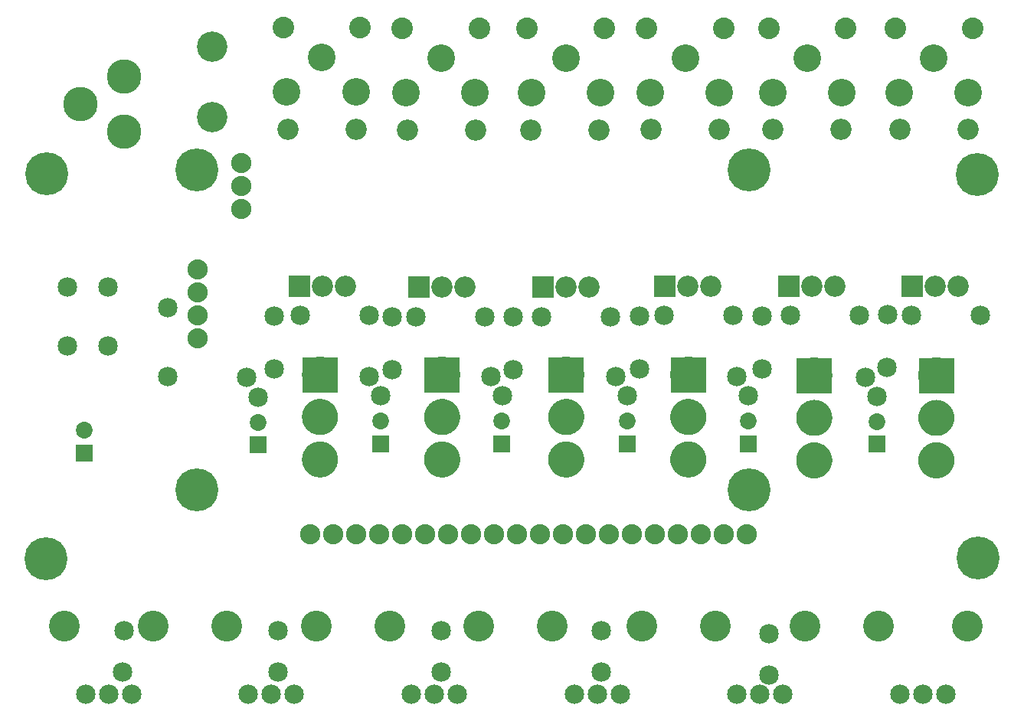
<source format=gbs>
G04 MADE WITH FRITZING*
G04 WWW.FRITZING.ORG*
G04 SINGLE SIDED*
G04 HOLES NOT PLATED*
G04 CONTOUR ON CENTER OF CONTOUR VECTOR*
%ASAXBY*%
%FSLAX23Y23*%
%MOIN*%
%OFA0B0*%
%SFA1.0B1.0*%
%ADD10C,0.088000*%
%ADD11C,0.092000*%
%ADD12C,0.072992*%
%ADD13C,0.085000*%
%ADD14C,0.120551*%
%ADD15C,0.094000*%
%ADD16C,0.084667*%
%ADD17C,0.084695*%
%ADD18C,0.134033*%
%ADD19C,0.187165*%
%ADD20C,0.132047*%
%ADD21C,0.150000*%
%ADD22R,0.072992X0.072992*%
%ADD23R,0.155556X0.155542*%
%ADD24R,0.092000X0.092000*%
%ADD25C,0.030000*%
%ADD26R,0.001000X0.001000*%
%LNMASK0*%
G90*
G70*
G54D10*
X3183Y849D03*
X3083Y849D03*
X2983Y849D03*
X2883Y849D03*
X2783Y849D03*
X2683Y849D03*
X2583Y849D03*
X2483Y849D03*
X2383Y849D03*
X2283Y849D03*
X2183Y849D03*
X2083Y849D03*
X1983Y849D03*
X1883Y849D03*
X1783Y849D03*
X1683Y849D03*
X1583Y849D03*
X1483Y849D03*
X1383Y849D03*
X1283Y849D03*
G54D11*
X858Y2671D03*
X858Y2969D03*
G54D10*
X981Y2464D03*
X981Y2364D03*
X981Y2264D03*
G54D12*
X1056Y1238D03*
X1056Y1336D03*
X1589Y1243D03*
X1589Y1342D03*
X2117Y1243D03*
X2117Y1342D03*
X2661Y1243D03*
X2661Y1342D03*
X3189Y1243D03*
X3189Y1342D03*
X3748Y1240D03*
X3748Y1339D03*
G54D13*
X224Y1669D03*
X224Y1925D03*
X401Y1669D03*
X401Y1925D03*
X1125Y1568D03*
X1125Y1798D03*
X1638Y1565D03*
X1638Y1795D03*
X2167Y1565D03*
X2167Y1795D03*
X3250Y1569D03*
X3250Y1798D03*
X3792Y1574D03*
X3796Y1804D03*
X2715Y1569D03*
X2715Y1798D03*
G54D14*
X2394Y2921D03*
X2544Y2770D03*
X2244Y2770D03*
G54D15*
X2562Y3051D03*
X2227Y3051D03*
G54D14*
X2914Y2921D03*
X3063Y2770D03*
X2763Y2770D03*
G54D15*
X3081Y3051D03*
X2746Y3051D03*
G54D14*
X1331Y2925D03*
X1481Y2774D03*
X1180Y2774D03*
G54D15*
X1498Y3055D03*
X1164Y3055D03*
G54D14*
X1851Y2921D03*
X2000Y2770D03*
X1700Y2770D03*
G54D15*
X2018Y3051D03*
X1683Y3051D03*
G54D14*
X3996Y2921D03*
X4146Y2770D03*
X3846Y2770D03*
G54D15*
X4164Y3051D03*
X3829Y3051D03*
G54D14*
X3445Y2921D03*
X3595Y2770D03*
X3294Y2770D03*
G54D15*
X3612Y3051D03*
X3278Y3051D03*
G54D12*
X300Y1203D03*
X300Y1302D03*
G54D13*
X1007Y1531D03*
X1057Y1444D03*
X1540Y1536D03*
X1590Y1450D03*
X2068Y1536D03*
X2118Y1450D03*
X2612Y1536D03*
X2662Y1450D03*
X3140Y1536D03*
X3190Y1450D03*
X3699Y1533D03*
X3749Y1447D03*
X662Y1834D03*
X662Y1534D03*
G54D16*
X3139Y152D03*
X3239Y152D03*
G54D17*
X3339Y152D03*
G54D18*
X3045Y447D03*
X3434Y447D03*
G54D16*
X3848Y152D03*
X3948Y152D03*
G54D17*
X4048Y152D03*
G54D18*
X3754Y447D03*
X4142Y447D03*
G54D16*
X2431Y152D03*
X2531Y152D03*
G54D17*
X2631Y152D03*
G54D18*
X2337Y447D03*
X2725Y447D03*
G54D16*
X1722Y152D03*
X1822Y152D03*
G54D17*
X1922Y152D03*
G54D18*
X1628Y447D03*
X2016Y447D03*
G54D16*
X1013Y152D03*
X1113Y152D03*
G54D17*
X1213Y152D03*
G54D18*
X919Y447D03*
X1308Y447D03*
G54D16*
X305Y152D03*
X405Y152D03*
G54D17*
X505Y152D03*
G54D18*
X211Y447D03*
X599Y447D03*
G54D11*
X1236Y1927D03*
X1336Y1927D03*
X1436Y1927D03*
X1755Y1924D03*
X1855Y1924D03*
X1955Y1924D03*
X2295Y1924D03*
X2395Y1924D03*
X2495Y1924D03*
X3367Y1927D03*
X3467Y1927D03*
X3567Y1927D03*
X3902Y1927D03*
X4002Y1927D03*
X4102Y1927D03*
X2826Y1927D03*
X2926Y1927D03*
X3026Y1927D03*
X2540Y2609D03*
X2242Y2609D03*
X1483Y2613D03*
X1185Y2613D03*
X2003Y2609D03*
X1705Y2609D03*
X3592Y2613D03*
X3294Y2613D03*
X4146Y2613D03*
X3848Y2613D03*
X3063Y2613D03*
X2765Y2613D03*
G54D13*
X1239Y1800D03*
X1539Y1800D03*
X1742Y1796D03*
X2042Y1796D03*
X2288Y1796D03*
X2588Y1796D03*
X3373Y1800D03*
X3673Y1800D03*
X3899Y1800D03*
X4199Y1800D03*
X2822Y1800D03*
X3122Y1800D03*
G54D19*
X788Y1042D03*
G54D20*
X856Y2970D03*
X856Y2666D03*
G54D19*
X788Y2435D03*
X3193Y1042D03*
X3193Y2435D03*
G54D13*
X473Y427D03*
X467Y247D03*
X1143Y427D03*
X1143Y247D03*
X1851Y427D03*
X1851Y247D03*
X2549Y427D03*
X2549Y247D03*
X3280Y416D03*
X3280Y236D03*
G54D19*
X4186Y2414D03*
X136Y2418D03*
X132Y741D03*
X4189Y745D03*
G54D10*
X793Y1702D03*
X793Y1802D03*
X793Y1902D03*
X793Y2002D03*
G54D21*
X472Y2602D03*
X472Y2842D03*
X282Y2722D03*
G54D22*
X1056Y1238D03*
X1589Y1243D03*
X2117Y1243D03*
X2661Y1243D03*
X3189Y1243D03*
X3748Y1240D03*
G54D23*
X1326Y1542D03*
X1857Y1542D03*
X2397Y1542D03*
X2929Y1542D03*
X3477Y1538D03*
X4008Y1538D03*
G54D22*
X300Y1203D03*
G54D24*
X1236Y1927D03*
X1755Y1924D03*
X2295Y1924D03*
X3367Y1927D03*
X3902Y1927D03*
X2826Y1927D03*
G54D25*
G36*
X827Y2701D02*
X889Y2701D01*
X889Y2639D01*
X827Y2639D01*
X827Y2701D01*
G37*
D02*
G36*
X2510Y2578D02*
X2510Y2640D01*
X2572Y2640D01*
X2572Y2578D01*
X2510Y2578D01*
G37*
D02*
G36*
X1453Y2582D02*
X1453Y2644D01*
X1515Y2644D01*
X1515Y2582D01*
X1453Y2582D01*
G37*
D02*
G36*
X1973Y2578D02*
X1973Y2640D01*
X2035Y2640D01*
X2035Y2578D01*
X1973Y2578D01*
G37*
D02*
G36*
X3562Y2582D02*
X3562Y2644D01*
X3624Y2644D01*
X3624Y2582D01*
X3562Y2582D01*
G37*
D02*
G36*
X4116Y2582D02*
X4116Y2644D01*
X4178Y2644D01*
X4178Y2582D01*
X4116Y2582D01*
G37*
D02*
G36*
X3033Y2582D02*
X3033Y2644D01*
X3095Y2644D01*
X3095Y2582D01*
X3033Y2582D01*
G37*
D02*
G54D26*
X1315Y1621D02*
X1335Y1621D01*
X1846Y1621D02*
X1867Y1621D01*
X2386Y1621D02*
X2407Y1621D01*
X2918Y1621D02*
X2938Y1621D01*
X1309Y1620D02*
X1341Y1620D01*
X1840Y1620D02*
X1873Y1620D01*
X2381Y1620D02*
X2413Y1620D01*
X2912Y1620D02*
X2944Y1620D01*
X1305Y1619D02*
X1345Y1619D01*
X1837Y1619D02*
X1876Y1619D01*
X2377Y1619D02*
X2417Y1619D01*
X2908Y1619D02*
X2948Y1619D01*
X1301Y1618D02*
X1349Y1618D01*
X1833Y1618D02*
X1880Y1618D01*
X2373Y1618D02*
X2420Y1618D01*
X2904Y1618D02*
X2952Y1618D01*
X1299Y1617D02*
X1351Y1617D01*
X1830Y1617D02*
X1883Y1617D01*
X2370Y1617D02*
X2423Y1617D01*
X2902Y1617D02*
X2954Y1617D01*
X3465Y1617D02*
X3487Y1617D01*
X3997Y1617D02*
X4018Y1617D01*
X1296Y1616D02*
X1354Y1616D01*
X1827Y1616D02*
X1886Y1616D01*
X2367Y1616D02*
X2426Y1616D01*
X2899Y1616D02*
X2957Y1616D01*
X3460Y1616D02*
X3492Y1616D01*
X3991Y1616D02*
X4024Y1616D01*
X1294Y1615D02*
X1356Y1615D01*
X1825Y1615D02*
X1888Y1615D01*
X2365Y1615D02*
X2428Y1615D01*
X2897Y1615D02*
X2960Y1615D01*
X3456Y1615D02*
X3496Y1615D01*
X3987Y1615D02*
X4028Y1615D01*
X1291Y1614D02*
X1359Y1614D01*
X1823Y1614D02*
X1890Y1614D01*
X2363Y1614D02*
X2430Y1614D01*
X2895Y1614D02*
X2962Y1614D01*
X3452Y1614D02*
X3500Y1614D01*
X3984Y1614D02*
X4031Y1614D01*
X1289Y1613D02*
X1361Y1613D01*
X1821Y1613D02*
X1892Y1613D01*
X2361Y1613D02*
X2432Y1613D01*
X2892Y1613D02*
X2964Y1613D01*
X3449Y1613D02*
X3503Y1613D01*
X3981Y1613D02*
X4034Y1613D01*
X1288Y1612D02*
X1362Y1612D01*
X1819Y1612D02*
X1894Y1612D01*
X2359Y1612D02*
X2434Y1612D01*
X2891Y1612D02*
X2965Y1612D01*
X3447Y1612D02*
X3505Y1612D01*
X3978Y1612D02*
X4037Y1612D01*
X1286Y1611D02*
X1364Y1611D01*
X1817Y1611D02*
X1896Y1611D01*
X2357Y1611D02*
X2436Y1611D01*
X2889Y1611D02*
X2967Y1611D01*
X3444Y1611D02*
X3508Y1611D01*
X3976Y1611D02*
X4039Y1611D01*
X1284Y1610D02*
X1366Y1610D01*
X1816Y1610D02*
X1897Y1610D01*
X2356Y1610D02*
X2437Y1610D01*
X2887Y1610D02*
X2969Y1610D01*
X3442Y1610D02*
X3510Y1610D01*
X3974Y1610D02*
X4041Y1610D01*
X1283Y1609D02*
X1367Y1609D01*
X1814Y1609D02*
X1899Y1609D01*
X2354Y1609D02*
X2439Y1609D01*
X2886Y1609D02*
X2970Y1609D01*
X3440Y1609D02*
X3512Y1609D01*
X3972Y1609D02*
X4043Y1609D01*
X1281Y1608D02*
X1369Y1608D01*
X1813Y1608D02*
X1900Y1608D01*
X2353Y1608D02*
X2440Y1608D01*
X2884Y1608D02*
X2972Y1608D01*
X3438Y1608D02*
X3514Y1608D01*
X3970Y1608D02*
X4045Y1608D01*
X1280Y1607D02*
X1370Y1607D01*
X1811Y1607D02*
X1902Y1607D01*
X2351Y1607D02*
X2442Y1607D01*
X2883Y1607D02*
X2973Y1607D01*
X3437Y1607D02*
X3515Y1607D01*
X3968Y1607D02*
X4047Y1607D01*
X1278Y1606D02*
X1372Y1606D01*
X1810Y1606D02*
X1903Y1606D01*
X2350Y1606D02*
X2443Y1606D01*
X2881Y1606D02*
X2975Y1606D01*
X3435Y1606D02*
X3517Y1606D01*
X3967Y1606D02*
X4048Y1606D01*
X1277Y1605D02*
X1373Y1605D01*
X1809Y1605D02*
X1904Y1605D01*
X2349Y1605D02*
X2444Y1605D01*
X2880Y1605D02*
X2976Y1605D01*
X3434Y1605D02*
X3518Y1605D01*
X3965Y1605D02*
X4050Y1605D01*
X1276Y1604D02*
X1374Y1604D01*
X1807Y1604D02*
X1906Y1604D01*
X2347Y1604D02*
X2446Y1604D01*
X2879Y1604D02*
X2977Y1604D01*
X3432Y1604D02*
X3520Y1604D01*
X3963Y1604D02*
X4051Y1604D01*
X1275Y1603D02*
X1375Y1603D01*
X1806Y1603D02*
X1907Y1603D01*
X2346Y1603D02*
X2447Y1603D01*
X2878Y1603D02*
X2978Y1603D01*
X3431Y1603D02*
X3521Y1603D01*
X3962Y1603D02*
X4053Y1603D01*
X1273Y1602D02*
X1377Y1602D01*
X1805Y1602D02*
X1908Y1602D01*
X2345Y1602D02*
X2448Y1602D01*
X2876Y1602D02*
X2980Y1602D01*
X3429Y1602D02*
X3523Y1602D01*
X3961Y1602D02*
X4054Y1602D01*
X1272Y1601D02*
X1378Y1601D01*
X1804Y1601D02*
X1909Y1601D01*
X2344Y1601D02*
X2449Y1601D01*
X2875Y1601D02*
X2981Y1601D01*
X3428Y1601D02*
X3524Y1601D01*
X3959Y1601D02*
X4055Y1601D01*
X1271Y1600D02*
X1379Y1600D01*
X1803Y1600D02*
X1910Y1600D01*
X2343Y1600D02*
X2450Y1600D01*
X2874Y1600D02*
X2982Y1600D01*
X3427Y1600D02*
X3525Y1600D01*
X3958Y1600D02*
X4057Y1600D01*
X1270Y1599D02*
X1380Y1599D01*
X1802Y1599D02*
X1911Y1599D01*
X2342Y1599D02*
X2451Y1599D01*
X2873Y1599D02*
X2983Y1599D01*
X3425Y1599D02*
X3526Y1599D01*
X3957Y1599D02*
X4058Y1599D01*
X1269Y1598D02*
X1381Y1598D01*
X1801Y1598D02*
X1912Y1598D01*
X2341Y1598D02*
X2452Y1598D01*
X2872Y1598D02*
X2984Y1598D01*
X3424Y1598D02*
X3528Y1598D01*
X3956Y1598D02*
X4059Y1598D01*
X1268Y1597D02*
X1382Y1597D01*
X1800Y1597D02*
X1913Y1597D01*
X2340Y1597D02*
X2453Y1597D01*
X2871Y1597D02*
X2985Y1597D01*
X3423Y1597D02*
X3529Y1597D01*
X3955Y1597D02*
X4060Y1597D01*
X1267Y1596D02*
X1383Y1596D01*
X1799Y1596D02*
X1914Y1596D01*
X2339Y1596D02*
X2454Y1596D01*
X2870Y1596D02*
X2986Y1596D01*
X3422Y1596D02*
X3530Y1596D01*
X3954Y1596D02*
X4061Y1596D01*
X1267Y1595D02*
X1384Y1595D01*
X1798Y1595D02*
X1915Y1595D01*
X2338Y1595D02*
X2455Y1595D01*
X2870Y1595D02*
X2987Y1595D01*
X3421Y1595D02*
X3531Y1595D01*
X3953Y1595D02*
X4062Y1595D01*
X1266Y1594D02*
X1384Y1594D01*
X1797Y1594D02*
X1916Y1594D01*
X2337Y1594D02*
X2456Y1594D01*
X2869Y1594D02*
X2987Y1594D01*
X3420Y1594D02*
X3532Y1594D01*
X3952Y1594D02*
X4063Y1594D01*
X1265Y1593D02*
X1385Y1593D01*
X1796Y1593D02*
X1917Y1593D01*
X2336Y1593D02*
X2457Y1593D01*
X2868Y1593D02*
X2988Y1593D01*
X3419Y1593D02*
X3533Y1593D01*
X3951Y1593D02*
X4064Y1593D01*
X1264Y1592D02*
X1386Y1592D01*
X1796Y1592D02*
X1917Y1592D01*
X2336Y1592D02*
X2458Y1592D01*
X2867Y1592D02*
X2989Y1592D01*
X3418Y1592D02*
X3534Y1592D01*
X3950Y1592D02*
X4065Y1592D01*
X1263Y1591D02*
X1387Y1591D01*
X1795Y1591D02*
X1918Y1591D01*
X2335Y1591D02*
X2458Y1591D01*
X2866Y1591D02*
X2990Y1591D01*
X3417Y1591D02*
X3535Y1591D01*
X3949Y1591D02*
X4066Y1591D01*
X1263Y1590D02*
X1387Y1590D01*
X1794Y1590D02*
X1919Y1590D01*
X2334Y1590D02*
X2459Y1590D01*
X2866Y1590D02*
X2990Y1590D01*
X3417Y1590D02*
X3535Y1590D01*
X3948Y1590D02*
X4067Y1590D01*
X1262Y1589D02*
X1388Y1589D01*
X1793Y1589D02*
X1920Y1589D01*
X2333Y1589D02*
X2460Y1589D01*
X2865Y1589D02*
X2991Y1589D01*
X3416Y1589D02*
X3536Y1589D01*
X3947Y1589D02*
X4068Y1589D01*
X1261Y1588D02*
X1389Y1588D01*
X1793Y1588D02*
X1920Y1588D01*
X2333Y1588D02*
X2460Y1588D01*
X2864Y1588D02*
X2992Y1588D01*
X3415Y1588D02*
X3537Y1588D01*
X3946Y1588D02*
X4068Y1588D01*
X1260Y1587D02*
X1390Y1587D01*
X1792Y1587D02*
X1921Y1587D01*
X2332Y1587D02*
X2461Y1587D01*
X2863Y1587D02*
X2993Y1587D01*
X3414Y1587D02*
X3538Y1587D01*
X3946Y1587D02*
X4069Y1587D01*
X1260Y1586D02*
X1390Y1586D01*
X1791Y1586D02*
X1922Y1586D01*
X2331Y1586D02*
X2462Y1586D01*
X2863Y1586D02*
X2993Y1586D01*
X3413Y1586D02*
X3538Y1586D01*
X3945Y1586D02*
X4070Y1586D01*
X1259Y1585D02*
X1391Y1585D01*
X1791Y1585D02*
X1922Y1585D01*
X2331Y1585D02*
X2462Y1585D01*
X2862Y1585D02*
X2994Y1585D01*
X3413Y1585D02*
X3539Y1585D01*
X3944Y1585D02*
X4071Y1585D01*
X1259Y1584D02*
X1391Y1584D01*
X1790Y1584D02*
X1923Y1584D01*
X2330Y1584D02*
X2463Y1584D01*
X2862Y1584D02*
X2995Y1584D01*
X3412Y1584D02*
X3540Y1584D01*
X3943Y1584D02*
X4071Y1584D01*
X1258Y1583D02*
X1392Y1583D01*
X1789Y1583D02*
X1924Y1583D01*
X2329Y1583D02*
X2464Y1583D01*
X2861Y1583D02*
X2995Y1583D01*
X3411Y1583D02*
X3541Y1583D01*
X3943Y1583D02*
X4072Y1583D01*
X1257Y1582D02*
X1393Y1582D01*
X1789Y1582D02*
X1924Y1582D01*
X2329Y1582D02*
X2464Y1582D01*
X2860Y1582D02*
X2996Y1582D01*
X3411Y1582D02*
X3541Y1582D01*
X3942Y1582D02*
X4073Y1582D01*
X1257Y1581D02*
X1393Y1581D01*
X1788Y1581D02*
X1925Y1581D01*
X2328Y1581D02*
X2465Y1581D01*
X2860Y1581D02*
X2996Y1581D01*
X3410Y1581D02*
X3542Y1581D01*
X3942Y1581D02*
X4073Y1581D01*
X1256Y1580D02*
X1394Y1580D01*
X1788Y1580D02*
X1925Y1580D01*
X2328Y1580D02*
X2465Y1580D01*
X2859Y1580D02*
X2997Y1580D01*
X3409Y1580D02*
X3542Y1580D01*
X3941Y1580D02*
X4074Y1580D01*
X1256Y1579D02*
X1394Y1579D01*
X1787Y1579D02*
X1926Y1579D01*
X2327Y1579D02*
X2466Y1579D01*
X2859Y1579D02*
X2997Y1579D01*
X3409Y1579D02*
X3543Y1579D01*
X3940Y1579D02*
X4075Y1579D01*
X1255Y1578D02*
X1395Y1578D01*
X1787Y1578D02*
X1926Y1578D01*
X2327Y1578D02*
X2466Y1578D01*
X2858Y1578D02*
X2998Y1578D01*
X3408Y1578D02*
X3544Y1578D01*
X3940Y1578D02*
X4075Y1578D01*
X1255Y1577D02*
X1395Y1577D01*
X1786Y1577D02*
X1927Y1577D01*
X2326Y1577D02*
X2467Y1577D01*
X2858Y1577D02*
X2998Y1577D01*
X3408Y1577D02*
X3544Y1577D01*
X3939Y1577D02*
X4076Y1577D01*
X1254Y1576D02*
X1396Y1576D01*
X1786Y1576D02*
X1927Y1576D01*
X2326Y1576D02*
X2467Y1576D01*
X2857Y1576D02*
X2999Y1576D01*
X3407Y1576D02*
X3545Y1576D01*
X3939Y1576D02*
X4076Y1576D01*
X1254Y1575D02*
X1396Y1575D01*
X1785Y1575D02*
X1928Y1575D01*
X2325Y1575D02*
X2468Y1575D01*
X2857Y1575D02*
X2999Y1575D01*
X3407Y1575D02*
X3545Y1575D01*
X3938Y1575D02*
X4077Y1575D01*
X1253Y1574D02*
X1397Y1574D01*
X1785Y1574D02*
X1928Y1574D01*
X2325Y1574D02*
X2468Y1574D01*
X2856Y1574D02*
X3000Y1574D01*
X3406Y1574D02*
X3546Y1574D01*
X3938Y1574D02*
X4077Y1574D01*
X1253Y1573D02*
X1397Y1573D01*
X1784Y1573D02*
X1929Y1573D01*
X2324Y1573D02*
X2469Y1573D01*
X2856Y1573D02*
X3000Y1573D01*
X3406Y1573D02*
X3546Y1573D01*
X3937Y1573D02*
X4078Y1573D01*
X1253Y1572D02*
X1398Y1572D01*
X1784Y1572D02*
X1929Y1572D01*
X2324Y1572D02*
X2469Y1572D01*
X2856Y1572D02*
X3001Y1572D01*
X3405Y1572D02*
X3547Y1572D01*
X3937Y1572D02*
X4078Y1572D01*
X1252Y1571D02*
X1398Y1571D01*
X1784Y1571D02*
X1929Y1571D01*
X2324Y1571D02*
X2469Y1571D01*
X2855Y1571D02*
X3001Y1571D01*
X3405Y1571D02*
X3547Y1571D01*
X3936Y1571D02*
X4079Y1571D01*
X1252Y1570D02*
X1398Y1570D01*
X1783Y1570D02*
X1930Y1570D01*
X2323Y1570D02*
X2470Y1570D01*
X2855Y1570D02*
X3001Y1570D01*
X3404Y1570D02*
X3548Y1570D01*
X3936Y1570D02*
X4079Y1570D01*
X1251Y1569D02*
X1399Y1569D01*
X1783Y1569D02*
X1930Y1569D01*
X2323Y1569D02*
X2470Y1569D01*
X2854Y1569D02*
X3002Y1569D01*
X3404Y1569D02*
X3548Y1569D01*
X3935Y1569D02*
X4080Y1569D01*
X1251Y1568D02*
X1399Y1568D01*
X1783Y1568D02*
X1930Y1568D01*
X2323Y1568D02*
X2471Y1568D01*
X2854Y1568D02*
X3002Y1568D01*
X3403Y1568D02*
X3548Y1568D01*
X3935Y1568D02*
X4080Y1568D01*
X1251Y1567D02*
X1399Y1567D01*
X1782Y1567D02*
X1931Y1567D01*
X2322Y1567D02*
X2471Y1567D01*
X2854Y1567D02*
X3002Y1567D01*
X3403Y1567D02*
X3549Y1567D01*
X3935Y1567D02*
X4080Y1567D01*
X1250Y1566D02*
X1400Y1566D01*
X1782Y1566D02*
X1931Y1566D01*
X2322Y1566D02*
X2471Y1566D01*
X2853Y1566D02*
X3003Y1566D01*
X3403Y1566D02*
X3549Y1566D01*
X3934Y1566D02*
X4081Y1566D01*
X1250Y1565D02*
X1400Y1565D01*
X1782Y1565D02*
X1931Y1565D01*
X2322Y1565D02*
X2471Y1565D01*
X2853Y1565D02*
X3003Y1565D01*
X3402Y1565D02*
X3550Y1565D01*
X3934Y1565D02*
X4081Y1565D01*
X1250Y1564D02*
X1400Y1564D01*
X1781Y1564D02*
X1932Y1564D01*
X2321Y1564D02*
X2472Y1564D01*
X2853Y1564D02*
X3003Y1564D01*
X3402Y1564D02*
X3550Y1564D01*
X3933Y1564D02*
X4081Y1564D01*
X1250Y1563D02*
X1400Y1563D01*
X1781Y1563D02*
X1932Y1563D01*
X2321Y1563D02*
X2472Y1563D01*
X2853Y1563D02*
X3003Y1563D01*
X3402Y1563D02*
X3550Y1563D01*
X3933Y1563D02*
X4082Y1563D01*
X1249Y1562D02*
X1401Y1562D01*
X1781Y1562D02*
X1932Y1562D01*
X2321Y1562D02*
X2472Y1562D01*
X2852Y1562D02*
X3004Y1562D01*
X3401Y1562D02*
X3551Y1562D01*
X3933Y1562D02*
X4082Y1562D01*
X1249Y1561D02*
X1401Y1561D01*
X1781Y1561D02*
X1932Y1561D01*
X2321Y1561D02*
X2472Y1561D01*
X2852Y1561D02*
X3004Y1561D01*
X3401Y1561D02*
X3551Y1561D01*
X3933Y1561D02*
X4082Y1561D01*
X1249Y1560D02*
X1401Y1560D01*
X1780Y1560D02*
X1933Y1560D01*
X2320Y1560D02*
X2473Y1560D01*
X2852Y1560D02*
X3004Y1560D01*
X3401Y1560D02*
X3551Y1560D01*
X3932Y1560D02*
X4083Y1560D01*
X1249Y1559D02*
X1401Y1559D01*
X1780Y1559D02*
X1933Y1559D01*
X2320Y1559D02*
X2473Y1559D01*
X2852Y1559D02*
X3004Y1559D01*
X3401Y1559D02*
X3551Y1559D01*
X3932Y1559D02*
X4083Y1559D01*
X1249Y1558D02*
X1401Y1558D01*
X1780Y1558D02*
X1933Y1558D01*
X2320Y1558D02*
X2473Y1558D01*
X2852Y1558D02*
X3005Y1558D01*
X3400Y1558D02*
X3552Y1558D01*
X3932Y1558D02*
X4083Y1558D01*
X1248Y1557D02*
X1402Y1557D01*
X1780Y1557D02*
X1933Y1557D01*
X2320Y1557D02*
X2473Y1557D01*
X2851Y1557D02*
X3005Y1557D01*
X3400Y1557D02*
X3552Y1557D01*
X3932Y1557D02*
X4083Y1557D01*
X1248Y1556D02*
X1402Y1556D01*
X1780Y1556D02*
X1933Y1556D01*
X2320Y1556D02*
X2473Y1556D01*
X2851Y1556D02*
X3005Y1556D01*
X3400Y1556D02*
X3552Y1556D01*
X3931Y1556D02*
X4084Y1556D01*
X1248Y1555D02*
X1402Y1555D01*
X1780Y1555D02*
X1933Y1555D01*
X2320Y1555D02*
X2474Y1555D01*
X2851Y1555D02*
X3005Y1555D01*
X3400Y1555D02*
X3552Y1555D01*
X3931Y1555D02*
X4084Y1555D01*
X1248Y1554D02*
X1402Y1554D01*
X1779Y1554D02*
X1934Y1554D01*
X2319Y1554D02*
X2474Y1554D01*
X2851Y1554D02*
X3005Y1554D01*
X3399Y1554D02*
X3552Y1554D01*
X3931Y1554D02*
X4084Y1554D01*
X1248Y1553D02*
X1402Y1553D01*
X1779Y1553D02*
X1934Y1553D01*
X2319Y1553D02*
X2474Y1553D01*
X2851Y1553D02*
X3005Y1553D01*
X3399Y1553D02*
X3553Y1553D01*
X3931Y1553D02*
X4084Y1553D01*
X1248Y1552D02*
X1402Y1552D01*
X1779Y1552D02*
X1934Y1552D01*
X2319Y1552D02*
X2474Y1552D01*
X2851Y1552D02*
X3005Y1552D01*
X3399Y1552D02*
X3553Y1552D01*
X3931Y1552D02*
X4084Y1552D01*
X1247Y1551D02*
X1403Y1551D01*
X1779Y1551D02*
X1934Y1551D01*
X2319Y1551D02*
X2474Y1551D01*
X2850Y1551D02*
X3006Y1551D01*
X3399Y1551D02*
X3553Y1551D01*
X3930Y1551D02*
X4084Y1551D01*
X1247Y1550D02*
X1403Y1550D01*
X1779Y1550D02*
X1934Y1550D01*
X2319Y1550D02*
X2474Y1550D01*
X2850Y1550D02*
X3006Y1550D01*
X3399Y1550D02*
X3553Y1550D01*
X3930Y1550D02*
X4085Y1550D01*
X1247Y1549D02*
X1403Y1549D01*
X1779Y1549D02*
X1934Y1549D01*
X2319Y1549D02*
X2474Y1549D01*
X2850Y1549D02*
X3006Y1549D01*
X3399Y1549D02*
X3553Y1549D01*
X3930Y1549D02*
X4085Y1549D01*
X1247Y1548D02*
X1403Y1548D01*
X1779Y1548D02*
X1934Y1548D01*
X2319Y1548D02*
X2474Y1548D01*
X2850Y1548D02*
X3006Y1548D01*
X3399Y1548D02*
X3553Y1548D01*
X3930Y1548D02*
X4085Y1548D01*
X1247Y1547D02*
X1403Y1547D01*
X1779Y1547D02*
X1934Y1547D01*
X2319Y1547D02*
X2474Y1547D01*
X2850Y1547D02*
X3006Y1547D01*
X3398Y1547D02*
X3554Y1547D01*
X3930Y1547D02*
X4085Y1547D01*
X1247Y1546D02*
X1403Y1546D01*
X1779Y1546D02*
X1934Y1546D01*
X2319Y1546D02*
X2474Y1546D01*
X2850Y1546D02*
X3006Y1546D01*
X3398Y1546D02*
X3554Y1546D01*
X3930Y1546D02*
X4085Y1546D01*
X1247Y1545D02*
X1403Y1545D01*
X1779Y1545D02*
X1934Y1545D01*
X2319Y1545D02*
X2475Y1545D01*
X2850Y1545D02*
X3006Y1545D01*
X3398Y1545D02*
X3554Y1545D01*
X3930Y1545D02*
X4085Y1545D01*
X1247Y1544D02*
X1403Y1544D01*
X1779Y1544D02*
X1934Y1544D01*
X2319Y1544D02*
X2475Y1544D01*
X2850Y1544D02*
X3006Y1544D01*
X3398Y1544D02*
X3554Y1544D01*
X3930Y1544D02*
X4085Y1544D01*
X1247Y1543D02*
X1403Y1543D01*
X1779Y1543D02*
X1934Y1543D01*
X2319Y1543D02*
X2475Y1543D01*
X2850Y1543D02*
X3006Y1543D01*
X3398Y1543D02*
X3554Y1543D01*
X3930Y1543D02*
X4085Y1543D01*
X1247Y1542D02*
X1403Y1542D01*
X1779Y1542D02*
X1934Y1542D01*
X2319Y1542D02*
X2475Y1542D01*
X2850Y1542D02*
X3006Y1542D01*
X3398Y1542D02*
X3554Y1542D01*
X3930Y1542D02*
X4085Y1542D01*
X1247Y1541D02*
X1403Y1541D01*
X1779Y1541D02*
X1934Y1541D01*
X2319Y1541D02*
X2474Y1541D01*
X2850Y1541D02*
X3006Y1541D01*
X3398Y1541D02*
X3554Y1541D01*
X3929Y1541D02*
X4085Y1541D01*
X1247Y1540D02*
X1403Y1540D01*
X1779Y1540D02*
X1934Y1540D01*
X2319Y1540D02*
X2474Y1540D01*
X2850Y1540D02*
X3006Y1540D01*
X3398Y1540D02*
X3554Y1540D01*
X3929Y1540D02*
X4085Y1540D01*
X1247Y1539D02*
X1403Y1539D01*
X1779Y1539D02*
X1934Y1539D01*
X2319Y1539D02*
X2474Y1539D01*
X2850Y1539D02*
X3006Y1539D01*
X3398Y1539D02*
X3554Y1539D01*
X3929Y1539D02*
X4085Y1539D01*
X1247Y1538D02*
X1403Y1538D01*
X1779Y1538D02*
X1934Y1538D01*
X2319Y1538D02*
X2474Y1538D01*
X2850Y1538D02*
X3006Y1538D01*
X3398Y1538D02*
X3554Y1538D01*
X3929Y1538D02*
X4085Y1538D01*
X1247Y1537D02*
X1403Y1537D01*
X1779Y1537D02*
X1934Y1537D01*
X2319Y1537D02*
X2474Y1537D01*
X2850Y1537D02*
X3006Y1537D01*
X3398Y1537D02*
X3554Y1537D01*
X3930Y1537D02*
X4085Y1537D01*
X1247Y1536D02*
X1403Y1536D01*
X1779Y1536D02*
X1934Y1536D01*
X2319Y1536D02*
X2474Y1536D01*
X2850Y1536D02*
X3006Y1536D01*
X3398Y1536D02*
X3554Y1536D01*
X3930Y1536D02*
X4085Y1536D01*
X1248Y1535D02*
X1402Y1535D01*
X1779Y1535D02*
X1934Y1535D01*
X2319Y1535D02*
X2474Y1535D01*
X2851Y1535D02*
X3006Y1535D01*
X3398Y1535D02*
X3554Y1535D01*
X3930Y1535D02*
X4085Y1535D01*
X1248Y1534D02*
X1402Y1534D01*
X1779Y1534D02*
X1934Y1534D01*
X2319Y1534D02*
X2474Y1534D01*
X2851Y1534D02*
X3005Y1534D01*
X3398Y1534D02*
X3554Y1534D01*
X3930Y1534D02*
X4085Y1534D01*
X1248Y1533D02*
X1402Y1533D01*
X1779Y1533D02*
X1934Y1533D01*
X2319Y1533D02*
X2474Y1533D01*
X2851Y1533D02*
X3005Y1533D01*
X3398Y1533D02*
X3554Y1533D01*
X3930Y1533D02*
X4085Y1533D01*
X1248Y1532D02*
X1402Y1532D01*
X1780Y1532D02*
X1933Y1532D01*
X2320Y1532D02*
X2474Y1532D01*
X2851Y1532D02*
X3005Y1532D01*
X3398Y1532D02*
X3554Y1532D01*
X3930Y1532D02*
X4085Y1532D01*
X1248Y1531D02*
X1402Y1531D01*
X1780Y1531D02*
X1933Y1531D01*
X2320Y1531D02*
X2473Y1531D01*
X2851Y1531D02*
X3005Y1531D01*
X3399Y1531D02*
X3553Y1531D01*
X3930Y1531D02*
X4085Y1531D01*
X1248Y1530D02*
X1402Y1530D01*
X1780Y1530D02*
X1933Y1530D01*
X2320Y1530D02*
X2473Y1530D01*
X2851Y1530D02*
X3005Y1530D01*
X3399Y1530D02*
X3553Y1530D01*
X3930Y1530D02*
X4085Y1530D01*
X1248Y1529D02*
X1402Y1529D01*
X1780Y1529D02*
X1933Y1529D01*
X2320Y1529D02*
X2473Y1529D01*
X2852Y1529D02*
X3005Y1529D01*
X3399Y1529D02*
X3553Y1529D01*
X3930Y1529D02*
X4085Y1529D01*
X1249Y1528D02*
X1401Y1528D01*
X1780Y1528D02*
X1933Y1528D01*
X2320Y1528D02*
X2473Y1528D01*
X2852Y1528D02*
X3004Y1528D01*
X3399Y1528D02*
X3553Y1528D01*
X3930Y1528D02*
X4084Y1528D01*
X1249Y1527D02*
X1401Y1527D01*
X1780Y1527D02*
X1933Y1527D01*
X2320Y1527D02*
X2473Y1527D01*
X2852Y1527D02*
X3004Y1527D01*
X3399Y1527D02*
X3553Y1527D01*
X3931Y1527D02*
X4084Y1527D01*
X1249Y1526D02*
X1401Y1526D01*
X1781Y1526D02*
X1932Y1526D01*
X2321Y1526D02*
X2472Y1526D01*
X2852Y1526D02*
X3004Y1526D01*
X3399Y1526D02*
X3553Y1526D01*
X3931Y1526D02*
X4084Y1526D01*
X1249Y1525D02*
X1401Y1525D01*
X1781Y1525D02*
X1932Y1525D01*
X2321Y1525D02*
X2472Y1525D01*
X2852Y1525D02*
X3004Y1525D01*
X3399Y1525D02*
X3552Y1525D01*
X3931Y1525D02*
X4084Y1525D01*
X1250Y1524D02*
X1400Y1524D01*
X1781Y1524D02*
X1932Y1524D01*
X2321Y1524D02*
X2472Y1524D01*
X2853Y1524D02*
X3003Y1524D01*
X3400Y1524D02*
X3552Y1524D01*
X3931Y1524D02*
X4084Y1524D01*
X1250Y1523D02*
X1400Y1523D01*
X1781Y1523D02*
X1932Y1523D01*
X2321Y1523D02*
X2472Y1523D01*
X2853Y1523D02*
X3003Y1523D01*
X3400Y1523D02*
X3552Y1523D01*
X3931Y1523D02*
X4084Y1523D01*
X1250Y1522D02*
X1400Y1522D01*
X1782Y1522D02*
X1931Y1522D01*
X2322Y1522D02*
X2471Y1522D01*
X2853Y1522D02*
X3003Y1522D01*
X3400Y1522D02*
X3552Y1522D01*
X3932Y1522D02*
X4083Y1522D01*
X1250Y1521D02*
X1400Y1521D01*
X1782Y1521D02*
X1931Y1521D01*
X2322Y1521D02*
X2471Y1521D01*
X2853Y1521D02*
X3003Y1521D01*
X3400Y1521D02*
X3552Y1521D01*
X3932Y1521D02*
X4083Y1521D01*
X1251Y1520D02*
X1399Y1520D01*
X1782Y1520D02*
X1931Y1520D01*
X2322Y1520D02*
X2471Y1520D01*
X2854Y1520D02*
X3002Y1520D01*
X3401Y1520D02*
X3551Y1520D01*
X3932Y1520D02*
X4083Y1520D01*
X1251Y1519D02*
X1399Y1519D01*
X1782Y1519D02*
X1931Y1519D01*
X2323Y1519D02*
X2471Y1519D01*
X2854Y1519D02*
X3002Y1519D01*
X3401Y1519D02*
X3551Y1519D01*
X3932Y1519D02*
X4083Y1519D01*
X1251Y1518D02*
X1399Y1518D01*
X1783Y1518D02*
X1930Y1518D01*
X2323Y1518D02*
X2470Y1518D01*
X2854Y1518D02*
X3002Y1518D01*
X3401Y1518D02*
X3551Y1518D01*
X3933Y1518D02*
X4082Y1518D01*
X1252Y1517D02*
X1398Y1517D01*
X1783Y1517D02*
X1930Y1517D01*
X2323Y1517D02*
X2470Y1517D01*
X2855Y1517D02*
X3001Y1517D01*
X3401Y1517D02*
X3551Y1517D01*
X3933Y1517D02*
X4082Y1517D01*
X1252Y1516D02*
X1398Y1516D01*
X1784Y1516D02*
X1929Y1516D01*
X2324Y1516D02*
X2470Y1516D01*
X2855Y1516D02*
X3001Y1516D01*
X3402Y1516D02*
X3550Y1516D01*
X3933Y1516D02*
X4082Y1516D01*
X1252Y1515D02*
X1398Y1515D01*
X1784Y1515D02*
X1929Y1515D01*
X2324Y1515D02*
X2469Y1515D01*
X2855Y1515D02*
X3001Y1515D01*
X3402Y1515D02*
X3550Y1515D01*
X3933Y1515D02*
X4081Y1515D01*
X1253Y1514D02*
X1397Y1514D01*
X1784Y1514D02*
X1929Y1514D01*
X2324Y1514D02*
X2469Y1514D01*
X2856Y1514D02*
X3000Y1514D01*
X3402Y1514D02*
X3550Y1514D01*
X3934Y1514D02*
X4081Y1514D01*
X1253Y1513D02*
X1397Y1513D01*
X1785Y1513D02*
X1928Y1513D01*
X2325Y1513D02*
X2468Y1513D01*
X2856Y1513D02*
X3000Y1513D01*
X3403Y1513D02*
X3549Y1513D01*
X3934Y1513D02*
X4081Y1513D01*
X1254Y1512D02*
X1396Y1512D01*
X1785Y1512D02*
X1928Y1512D01*
X2325Y1512D02*
X2468Y1512D01*
X2857Y1512D02*
X2999Y1512D01*
X3403Y1512D02*
X3549Y1512D01*
X3935Y1512D02*
X4080Y1512D01*
X1254Y1511D02*
X1396Y1511D01*
X1786Y1511D02*
X1927Y1511D01*
X2326Y1511D02*
X2467Y1511D01*
X2857Y1511D02*
X2999Y1511D01*
X3403Y1511D02*
X3549Y1511D01*
X3935Y1511D02*
X4080Y1511D01*
X1255Y1510D02*
X1395Y1510D01*
X1786Y1510D02*
X1927Y1510D01*
X2326Y1510D02*
X2467Y1510D01*
X2858Y1510D02*
X2998Y1510D01*
X3404Y1510D02*
X3548Y1510D01*
X3935Y1510D02*
X4080Y1510D01*
X1255Y1509D02*
X1395Y1509D01*
X1787Y1509D02*
X1926Y1509D01*
X2327Y1509D02*
X2467Y1509D01*
X2858Y1509D02*
X2998Y1509D01*
X3404Y1509D02*
X3548Y1509D01*
X3936Y1509D02*
X4079Y1509D01*
X1256Y1508D02*
X1394Y1508D01*
X1787Y1508D02*
X1926Y1508D01*
X2327Y1508D02*
X2466Y1508D01*
X2859Y1508D02*
X2997Y1508D01*
X3405Y1508D02*
X3547Y1508D01*
X3936Y1508D02*
X4079Y1508D01*
X1256Y1507D02*
X1394Y1507D01*
X1788Y1507D02*
X1925Y1507D01*
X2328Y1507D02*
X2466Y1507D01*
X2859Y1507D02*
X2997Y1507D01*
X3405Y1507D02*
X3547Y1507D01*
X3937Y1507D02*
X4078Y1507D01*
X1257Y1506D02*
X1393Y1506D01*
X1788Y1506D02*
X1925Y1506D01*
X2328Y1506D02*
X2465Y1506D01*
X2860Y1506D02*
X2996Y1506D01*
X3406Y1506D02*
X3546Y1506D01*
X3937Y1506D02*
X4078Y1506D01*
X1257Y1505D02*
X1393Y1505D01*
X1789Y1505D02*
X1924Y1505D01*
X2329Y1505D02*
X2464Y1505D01*
X2860Y1505D02*
X2996Y1505D01*
X3406Y1505D02*
X3546Y1505D01*
X3938Y1505D02*
X4077Y1505D01*
X1258Y1504D02*
X1392Y1504D01*
X1789Y1504D02*
X1924Y1504D01*
X2329Y1504D02*
X2464Y1504D01*
X2861Y1504D02*
X2995Y1504D01*
X3407Y1504D02*
X3545Y1504D01*
X3938Y1504D02*
X4077Y1504D01*
X1258Y1503D02*
X1392Y1503D01*
X1790Y1503D02*
X1923Y1503D01*
X2330Y1503D02*
X2463Y1503D01*
X2861Y1503D02*
X2995Y1503D01*
X3407Y1503D02*
X3545Y1503D01*
X3939Y1503D02*
X4076Y1503D01*
X1259Y1502D02*
X1391Y1502D01*
X1790Y1502D02*
X1923Y1502D01*
X2331Y1502D02*
X2463Y1502D01*
X2862Y1502D02*
X2994Y1502D01*
X3408Y1502D02*
X3544Y1502D01*
X3939Y1502D02*
X4076Y1502D01*
X1260Y1501D02*
X1390Y1501D01*
X1791Y1501D02*
X1922Y1501D01*
X2331Y1501D02*
X2462Y1501D01*
X2863Y1501D02*
X2993Y1501D01*
X3408Y1501D02*
X3544Y1501D01*
X3940Y1501D02*
X4075Y1501D01*
X1260Y1500D02*
X1390Y1500D01*
X1792Y1500D02*
X1921Y1500D01*
X2332Y1500D02*
X2461Y1500D01*
X2863Y1500D02*
X2993Y1500D01*
X3409Y1500D02*
X3543Y1500D01*
X3940Y1500D02*
X4075Y1500D01*
X1261Y1499D02*
X1389Y1499D01*
X1792Y1499D02*
X1921Y1499D01*
X2332Y1499D02*
X2461Y1499D01*
X2864Y1499D02*
X2992Y1499D01*
X3409Y1499D02*
X3543Y1499D01*
X3941Y1499D02*
X4074Y1499D01*
X1262Y1498D02*
X1388Y1498D01*
X1793Y1498D02*
X1920Y1498D01*
X2333Y1498D02*
X2460Y1498D01*
X2865Y1498D02*
X2991Y1498D01*
X3410Y1498D02*
X3542Y1498D01*
X3941Y1498D02*
X4073Y1498D01*
X1262Y1497D02*
X1388Y1497D01*
X1794Y1497D02*
X1919Y1497D01*
X2334Y1497D02*
X2459Y1497D01*
X2865Y1497D02*
X2991Y1497D01*
X3411Y1497D02*
X3541Y1497D01*
X3942Y1497D02*
X4073Y1497D01*
X1263Y1496D02*
X1387Y1496D01*
X1795Y1496D02*
X1918Y1496D01*
X2335Y1496D02*
X2458Y1496D01*
X2866Y1496D02*
X2990Y1496D01*
X3411Y1496D02*
X3541Y1496D01*
X3943Y1496D02*
X4072Y1496D01*
X1264Y1495D02*
X1386Y1495D01*
X1795Y1495D02*
X1918Y1495D01*
X2335Y1495D02*
X2458Y1495D01*
X2867Y1495D02*
X2989Y1495D01*
X3412Y1495D02*
X3540Y1495D01*
X3943Y1495D02*
X4071Y1495D01*
X1265Y1494D02*
X1385Y1494D01*
X1796Y1494D02*
X1917Y1494D01*
X2336Y1494D02*
X2457Y1494D01*
X2868Y1494D02*
X2988Y1494D01*
X3413Y1494D02*
X3539Y1494D01*
X3944Y1494D02*
X4071Y1494D01*
X1265Y1493D02*
X1385Y1493D01*
X1797Y1493D02*
X1916Y1493D01*
X2337Y1493D02*
X2456Y1493D01*
X2868Y1493D02*
X2988Y1493D01*
X3413Y1493D02*
X3539Y1493D01*
X3945Y1493D02*
X4070Y1493D01*
X1266Y1492D02*
X1384Y1492D01*
X1798Y1492D02*
X1915Y1492D01*
X2338Y1492D02*
X2455Y1492D01*
X2869Y1492D02*
X2987Y1492D01*
X3414Y1492D02*
X3538Y1492D01*
X3946Y1492D02*
X4069Y1492D01*
X1267Y1491D02*
X1383Y1491D01*
X1799Y1491D02*
X1914Y1491D01*
X2339Y1491D02*
X2454Y1491D01*
X2870Y1491D02*
X2986Y1491D01*
X3415Y1491D02*
X3537Y1491D01*
X3946Y1491D02*
X4069Y1491D01*
X1268Y1490D02*
X1382Y1490D01*
X1800Y1490D02*
X1913Y1490D01*
X2340Y1490D02*
X2453Y1490D01*
X2871Y1490D02*
X2985Y1490D01*
X3416Y1490D02*
X3536Y1490D01*
X3947Y1490D02*
X4068Y1490D01*
X1269Y1489D02*
X1381Y1489D01*
X1800Y1489D02*
X1912Y1489D01*
X2341Y1489D02*
X2453Y1489D01*
X2872Y1489D02*
X2984Y1489D01*
X3416Y1489D02*
X3536Y1489D01*
X3948Y1489D02*
X4067Y1489D01*
X1270Y1488D02*
X1380Y1488D01*
X1801Y1488D02*
X1912Y1488D01*
X2341Y1488D02*
X2452Y1488D01*
X2873Y1488D02*
X2983Y1488D01*
X3417Y1488D02*
X3535Y1488D01*
X3949Y1488D02*
X4066Y1488D01*
X1271Y1487D02*
X1379Y1487D01*
X1802Y1487D02*
X1911Y1487D01*
X2343Y1487D02*
X2451Y1487D01*
X2874Y1487D02*
X2982Y1487D01*
X3418Y1487D02*
X3534Y1487D01*
X3950Y1487D02*
X4065Y1487D01*
X1272Y1486D02*
X1378Y1486D01*
X1804Y1486D02*
X1909Y1486D01*
X2344Y1486D02*
X2449Y1486D01*
X2875Y1486D02*
X2981Y1486D01*
X3419Y1486D02*
X3533Y1486D01*
X3951Y1486D02*
X4064Y1486D01*
X1273Y1485D02*
X1377Y1485D01*
X1805Y1485D02*
X1908Y1485D01*
X2345Y1485D02*
X2448Y1485D01*
X2876Y1485D02*
X2980Y1485D01*
X3420Y1485D02*
X3532Y1485D01*
X3952Y1485D02*
X4063Y1485D01*
X1274Y1484D02*
X1376Y1484D01*
X1806Y1484D02*
X1907Y1484D01*
X2346Y1484D02*
X2447Y1484D01*
X2877Y1484D02*
X2979Y1484D01*
X3421Y1484D02*
X3531Y1484D01*
X3952Y1484D02*
X4062Y1484D01*
X1275Y1483D02*
X1375Y1483D01*
X1807Y1483D02*
X1906Y1483D01*
X2347Y1483D02*
X2446Y1483D01*
X2879Y1483D02*
X2978Y1483D01*
X3422Y1483D02*
X3530Y1483D01*
X3954Y1483D02*
X4061Y1483D01*
X1277Y1482D02*
X1373Y1482D01*
X1808Y1482D02*
X1905Y1482D01*
X2348Y1482D02*
X2445Y1482D01*
X2880Y1482D02*
X2976Y1482D01*
X3423Y1482D02*
X3529Y1482D01*
X3955Y1482D02*
X4060Y1482D01*
X1278Y1481D02*
X1372Y1481D01*
X1810Y1481D02*
X1903Y1481D01*
X2350Y1481D02*
X2443Y1481D01*
X2881Y1481D02*
X2975Y1481D01*
X3424Y1481D02*
X3528Y1481D01*
X3956Y1481D02*
X4059Y1481D01*
X1279Y1480D02*
X1371Y1480D01*
X1811Y1480D02*
X1902Y1480D01*
X2351Y1480D02*
X2442Y1480D01*
X2883Y1480D02*
X2974Y1480D01*
X3425Y1480D02*
X3527Y1480D01*
X3957Y1480D02*
X4058Y1480D01*
X1281Y1479D02*
X1369Y1479D01*
X1812Y1479D02*
X1901Y1479D01*
X2352Y1479D02*
X2441Y1479D01*
X2884Y1479D02*
X2972Y1479D01*
X3427Y1479D02*
X3525Y1479D01*
X3958Y1479D02*
X4057Y1479D01*
X1282Y1478D02*
X1368Y1478D01*
X1814Y1478D02*
X1899Y1478D01*
X2354Y1478D02*
X2439Y1478D01*
X2885Y1478D02*
X2971Y1478D01*
X3428Y1478D02*
X3524Y1478D01*
X3959Y1478D02*
X4056Y1478D01*
X1284Y1477D02*
X1366Y1477D01*
X1815Y1477D02*
X1898Y1477D01*
X2355Y1477D02*
X2438Y1477D01*
X2887Y1477D02*
X2969Y1477D01*
X3429Y1477D02*
X3523Y1477D01*
X3961Y1477D02*
X4054Y1477D01*
X1286Y1476D02*
X1364Y1476D01*
X1817Y1476D02*
X1896Y1476D01*
X2357Y1476D02*
X2436Y1476D01*
X2889Y1476D02*
X2967Y1476D01*
X3431Y1476D02*
X3521Y1476D01*
X3962Y1476D02*
X4053Y1476D01*
X1287Y1475D02*
X1363Y1475D01*
X1819Y1475D02*
X1894Y1475D01*
X2359Y1475D02*
X2434Y1475D01*
X2890Y1475D02*
X2966Y1475D01*
X3432Y1475D02*
X3520Y1475D01*
X3963Y1475D02*
X4052Y1475D01*
X1289Y1474D02*
X1361Y1474D01*
X1820Y1474D02*
X1893Y1474D01*
X2360Y1474D02*
X2433Y1474D01*
X2892Y1474D02*
X2964Y1474D01*
X3433Y1474D02*
X3519Y1474D01*
X3965Y1474D02*
X4050Y1474D01*
X1291Y1473D02*
X1359Y1473D01*
X1822Y1473D02*
X1890Y1473D01*
X2363Y1473D02*
X2431Y1473D01*
X2894Y1473D02*
X2962Y1473D01*
X3435Y1473D02*
X3517Y1473D01*
X3966Y1473D02*
X4048Y1473D01*
X1293Y1472D02*
X1357Y1472D01*
X1825Y1472D02*
X1888Y1472D01*
X2365Y1472D02*
X2428Y1472D01*
X2896Y1472D02*
X2960Y1472D01*
X3437Y1472D02*
X3515Y1472D01*
X3968Y1472D02*
X4047Y1472D01*
X1295Y1471D02*
X1355Y1471D01*
X1827Y1471D02*
X1886Y1471D01*
X2367Y1471D02*
X2426Y1471D01*
X2898Y1471D02*
X2958Y1471D01*
X3438Y1471D02*
X3514Y1471D01*
X3970Y1471D02*
X4045Y1471D01*
X1298Y1470D02*
X1352Y1470D01*
X1829Y1470D02*
X1884Y1470D01*
X2369Y1470D02*
X2424Y1470D01*
X2901Y1470D02*
X2955Y1470D01*
X3440Y1470D02*
X3512Y1470D01*
X3972Y1470D02*
X4043Y1470D01*
X1301Y1469D02*
X1349Y1469D01*
X1832Y1469D02*
X1881Y1469D01*
X2372Y1469D02*
X2421Y1469D01*
X2904Y1469D02*
X2952Y1469D01*
X3442Y1469D02*
X3510Y1469D01*
X3974Y1469D02*
X4041Y1469D01*
X1304Y1468D02*
X1346Y1468D01*
X1836Y1468D02*
X1877Y1468D01*
X2376Y1468D02*
X2417Y1468D01*
X2907Y1468D02*
X2949Y1468D01*
X3444Y1468D02*
X3508Y1468D01*
X3976Y1468D02*
X4039Y1468D01*
X1308Y1467D02*
X1342Y1467D01*
X1840Y1467D02*
X1873Y1467D01*
X2380Y1467D02*
X2413Y1467D01*
X2911Y1467D02*
X2945Y1467D01*
X3446Y1467D02*
X3506Y1467D01*
X3978Y1467D02*
X4037Y1467D01*
X1313Y1466D02*
X1337Y1466D01*
X1845Y1466D02*
X1868Y1466D01*
X2385Y1466D02*
X2408Y1466D01*
X2917Y1466D02*
X2940Y1466D01*
X3449Y1466D02*
X3503Y1466D01*
X3981Y1466D02*
X4034Y1466D01*
X1322Y1465D02*
X1328Y1465D01*
X1854Y1465D02*
X1859Y1465D01*
X2394Y1465D02*
X2399Y1465D01*
X2925Y1465D02*
X2931Y1465D01*
X3452Y1465D02*
X3500Y1465D01*
X3983Y1465D02*
X4032Y1465D01*
X3455Y1464D02*
X3497Y1464D01*
X3987Y1464D02*
X4028Y1464D01*
X3459Y1463D02*
X3493Y1463D01*
X3991Y1463D02*
X4024Y1463D01*
X3465Y1462D02*
X3487Y1462D01*
X3996Y1462D02*
X4019Y1462D01*
X3475Y1461D02*
X3477Y1461D01*
X4007Y1461D02*
X4008Y1461D01*
X1314Y1436D02*
X1336Y1436D01*
X1846Y1436D02*
X1867Y1436D01*
X2386Y1436D02*
X2407Y1436D01*
X2917Y1436D02*
X2939Y1436D01*
X1309Y1435D02*
X1342Y1435D01*
X1840Y1435D02*
X1873Y1435D01*
X2380Y1435D02*
X2413Y1435D01*
X2912Y1435D02*
X2945Y1435D01*
X1305Y1434D02*
X1345Y1434D01*
X1836Y1434D02*
X1877Y1434D01*
X2376Y1434D02*
X2417Y1434D01*
X2908Y1434D02*
X2948Y1434D01*
X1301Y1433D02*
X1349Y1433D01*
X1833Y1433D02*
X1880Y1433D01*
X2373Y1433D02*
X2421Y1433D01*
X2904Y1433D02*
X2952Y1433D01*
X3474Y1433D02*
X3478Y1433D01*
X4006Y1433D02*
X4009Y1433D01*
X1298Y1432D02*
X1352Y1432D01*
X1830Y1432D02*
X1883Y1432D01*
X2370Y1432D02*
X2423Y1432D01*
X2901Y1432D02*
X2955Y1432D01*
X3465Y1432D02*
X3487Y1432D01*
X3996Y1432D02*
X4019Y1432D01*
X1295Y1431D02*
X1355Y1431D01*
X1827Y1431D02*
X1886Y1431D01*
X2367Y1431D02*
X2426Y1431D01*
X2898Y1431D02*
X2958Y1431D01*
X3459Y1431D02*
X3493Y1431D01*
X3991Y1431D02*
X4024Y1431D01*
X1293Y1430D02*
X1357Y1430D01*
X1825Y1430D02*
X1888Y1430D01*
X2365Y1430D02*
X2428Y1430D01*
X2896Y1430D02*
X2960Y1430D01*
X3455Y1430D02*
X3497Y1430D01*
X3987Y1430D02*
X4028Y1430D01*
X1291Y1429D02*
X1359Y1429D01*
X1823Y1429D02*
X1890Y1429D01*
X2363Y1429D02*
X2430Y1429D01*
X2894Y1429D02*
X2962Y1429D01*
X3452Y1429D02*
X3500Y1429D01*
X3983Y1429D02*
X4032Y1429D01*
X1289Y1428D02*
X1361Y1428D01*
X1821Y1428D02*
X1892Y1428D01*
X2361Y1428D02*
X2432Y1428D01*
X2892Y1428D02*
X2964Y1428D01*
X3449Y1428D02*
X3503Y1428D01*
X3980Y1428D02*
X4034Y1428D01*
X1287Y1427D02*
X1363Y1427D01*
X1819Y1427D02*
X1894Y1427D01*
X2359Y1427D02*
X2434Y1427D01*
X2890Y1427D02*
X2966Y1427D01*
X3446Y1427D02*
X3506Y1427D01*
X3978Y1427D02*
X4037Y1427D01*
X1286Y1426D02*
X1364Y1426D01*
X1817Y1426D02*
X1896Y1426D01*
X2357Y1426D02*
X2436Y1426D01*
X2889Y1426D02*
X2967Y1426D01*
X3444Y1426D02*
X3508Y1426D01*
X3976Y1426D02*
X4039Y1426D01*
X1284Y1425D02*
X1366Y1425D01*
X1816Y1425D02*
X1897Y1425D01*
X2356Y1425D02*
X2437Y1425D01*
X2887Y1425D02*
X2969Y1425D01*
X3442Y1425D02*
X3510Y1425D01*
X3974Y1425D02*
X4041Y1425D01*
X1282Y1424D02*
X1368Y1424D01*
X1814Y1424D02*
X1899Y1424D01*
X2354Y1424D02*
X2439Y1424D01*
X2885Y1424D02*
X2971Y1424D01*
X3440Y1424D02*
X3512Y1424D01*
X3971Y1424D02*
X4043Y1424D01*
X1281Y1423D02*
X1369Y1423D01*
X1812Y1423D02*
X1901Y1423D01*
X2353Y1423D02*
X2441Y1423D01*
X2884Y1423D02*
X2972Y1423D01*
X3438Y1423D02*
X3514Y1423D01*
X3970Y1423D02*
X4045Y1423D01*
X1280Y1422D02*
X1370Y1422D01*
X1811Y1422D02*
X1902Y1422D01*
X2351Y1422D02*
X2442Y1422D01*
X2883Y1422D02*
X2973Y1422D01*
X3437Y1422D02*
X3515Y1422D01*
X3968Y1422D02*
X4047Y1422D01*
X1278Y1421D02*
X1372Y1421D01*
X1810Y1421D02*
X1903Y1421D01*
X2350Y1421D02*
X2443Y1421D01*
X2881Y1421D02*
X2975Y1421D01*
X3435Y1421D02*
X3517Y1421D01*
X3966Y1421D02*
X4048Y1421D01*
X1277Y1420D02*
X1373Y1420D01*
X1808Y1420D02*
X1905Y1420D01*
X2348Y1420D02*
X2445Y1420D01*
X2880Y1420D02*
X2976Y1420D01*
X3433Y1420D02*
X3519Y1420D01*
X3965Y1420D02*
X4050Y1420D01*
X1276Y1419D02*
X1374Y1419D01*
X1807Y1419D02*
X1906Y1419D01*
X2347Y1419D02*
X2446Y1419D01*
X2879Y1419D02*
X2977Y1419D01*
X3432Y1419D02*
X3520Y1419D01*
X3963Y1419D02*
X4052Y1419D01*
X1274Y1418D02*
X1376Y1418D01*
X1806Y1418D02*
X1907Y1418D01*
X2346Y1418D02*
X2447Y1418D01*
X2877Y1418D02*
X2979Y1418D01*
X3430Y1418D02*
X3521Y1418D01*
X3962Y1418D02*
X4053Y1418D01*
X1273Y1417D02*
X1377Y1417D01*
X1805Y1417D02*
X1908Y1417D01*
X2345Y1417D02*
X2448Y1417D01*
X2876Y1417D02*
X2980Y1417D01*
X3429Y1417D02*
X3523Y1417D01*
X3961Y1417D02*
X4054Y1417D01*
X1272Y1416D02*
X1378Y1416D01*
X1804Y1416D02*
X1909Y1416D01*
X2344Y1416D02*
X2449Y1416D01*
X2875Y1416D02*
X2981Y1416D01*
X3428Y1416D02*
X3524Y1416D01*
X3959Y1416D02*
X4056Y1416D01*
X1271Y1415D02*
X1379Y1415D01*
X1803Y1415D02*
X1910Y1415D01*
X2343Y1415D02*
X2450Y1415D01*
X2874Y1415D02*
X2982Y1415D01*
X3426Y1415D02*
X3525Y1415D01*
X3958Y1415D02*
X4057Y1415D01*
X1270Y1414D02*
X1380Y1414D01*
X1802Y1414D02*
X1911Y1414D01*
X2342Y1414D02*
X2452Y1414D01*
X2873Y1414D02*
X2983Y1414D01*
X3425Y1414D02*
X3527Y1414D01*
X3957Y1414D02*
X4058Y1414D01*
X1269Y1413D02*
X1381Y1413D01*
X1801Y1413D02*
X1912Y1413D01*
X2341Y1413D02*
X2452Y1413D01*
X2872Y1413D02*
X2984Y1413D01*
X3424Y1413D02*
X3528Y1413D01*
X3956Y1413D02*
X4059Y1413D01*
X1268Y1412D02*
X1382Y1412D01*
X1800Y1412D02*
X1913Y1412D01*
X2340Y1412D02*
X2453Y1412D01*
X2871Y1412D02*
X2985Y1412D01*
X3423Y1412D02*
X3529Y1412D01*
X3955Y1412D02*
X4060Y1412D01*
X1267Y1411D02*
X1383Y1411D01*
X1799Y1411D02*
X1914Y1411D01*
X2339Y1411D02*
X2454Y1411D01*
X2870Y1411D02*
X2986Y1411D01*
X3422Y1411D02*
X3530Y1411D01*
X3953Y1411D02*
X4061Y1411D01*
X1266Y1410D02*
X1384Y1410D01*
X1798Y1410D02*
X1915Y1410D01*
X2338Y1410D02*
X2455Y1410D01*
X2869Y1410D02*
X2987Y1410D01*
X3421Y1410D02*
X3531Y1410D01*
X3952Y1410D02*
X4063Y1410D01*
X1266Y1409D02*
X1385Y1409D01*
X1797Y1409D02*
X1916Y1409D01*
X2337Y1409D02*
X2456Y1409D01*
X2869Y1409D02*
X2988Y1409D01*
X3420Y1409D02*
X3532Y1409D01*
X3951Y1409D02*
X4063Y1409D01*
X1265Y1408D02*
X1385Y1408D01*
X1796Y1408D02*
X1917Y1408D01*
X2336Y1408D02*
X2457Y1408D01*
X2868Y1408D02*
X2988Y1408D01*
X3419Y1408D02*
X3533Y1408D01*
X3951Y1408D02*
X4064Y1408D01*
X1264Y1407D02*
X1386Y1407D01*
X1795Y1407D02*
X1918Y1407D01*
X2335Y1407D02*
X2458Y1407D01*
X2867Y1407D02*
X2989Y1407D01*
X3418Y1407D02*
X3534Y1407D01*
X3950Y1407D02*
X4065Y1407D01*
X1263Y1406D02*
X1387Y1406D01*
X1795Y1406D02*
X1918Y1406D01*
X2335Y1406D02*
X2458Y1406D01*
X2866Y1406D02*
X2990Y1406D01*
X3417Y1406D02*
X3535Y1406D01*
X3949Y1406D02*
X4066Y1406D01*
X1262Y1405D02*
X1388Y1405D01*
X1794Y1405D02*
X1919Y1405D01*
X2334Y1405D02*
X2459Y1405D01*
X2866Y1405D02*
X2991Y1405D01*
X3416Y1405D02*
X3536Y1405D01*
X3948Y1405D02*
X4067Y1405D01*
X1262Y1404D02*
X1388Y1404D01*
X1793Y1404D02*
X1920Y1404D01*
X2333Y1404D02*
X2460Y1404D01*
X2865Y1404D02*
X2991Y1404D01*
X3416Y1404D02*
X3536Y1404D01*
X3947Y1404D02*
X4068Y1404D01*
X1261Y1403D02*
X1389Y1403D01*
X1792Y1403D02*
X1921Y1403D01*
X2333Y1403D02*
X2461Y1403D01*
X2864Y1403D02*
X2992Y1403D01*
X3415Y1403D02*
X3537Y1403D01*
X3946Y1403D02*
X4069Y1403D01*
X1260Y1402D02*
X1390Y1402D01*
X1792Y1402D02*
X1921Y1402D01*
X2332Y1402D02*
X2461Y1402D01*
X2863Y1402D02*
X2993Y1402D01*
X3414Y1402D02*
X3538Y1402D01*
X3946Y1402D02*
X4069Y1402D01*
X1260Y1401D02*
X1390Y1401D01*
X1791Y1401D02*
X1922Y1401D01*
X2331Y1401D02*
X2462Y1401D01*
X2863Y1401D02*
X2993Y1401D01*
X3413Y1401D02*
X3539Y1401D01*
X3945Y1401D02*
X4070Y1401D01*
X1259Y1400D02*
X1391Y1400D01*
X1791Y1400D02*
X1922Y1400D01*
X2331Y1400D02*
X2463Y1400D01*
X2862Y1400D02*
X2994Y1400D01*
X3413Y1400D02*
X3539Y1400D01*
X3944Y1400D02*
X4071Y1400D01*
X1258Y1399D02*
X1392Y1399D01*
X1790Y1399D02*
X1923Y1399D01*
X2330Y1399D02*
X2463Y1399D01*
X2861Y1399D02*
X2995Y1399D01*
X3412Y1399D02*
X3540Y1399D01*
X3943Y1399D02*
X4072Y1399D01*
X1258Y1398D02*
X1392Y1398D01*
X1789Y1398D02*
X1924Y1398D01*
X2329Y1398D02*
X2464Y1398D01*
X2861Y1398D02*
X2995Y1398D01*
X3411Y1398D02*
X3541Y1398D01*
X3943Y1398D02*
X4072Y1398D01*
X1257Y1397D02*
X1393Y1397D01*
X1789Y1397D02*
X1924Y1397D01*
X2329Y1397D02*
X2464Y1397D01*
X2860Y1397D02*
X2996Y1397D01*
X3411Y1397D02*
X3541Y1397D01*
X3942Y1397D02*
X4073Y1397D01*
X1257Y1396D02*
X1393Y1396D01*
X1788Y1396D02*
X1925Y1396D01*
X2328Y1396D02*
X2465Y1396D01*
X2860Y1396D02*
X2996Y1396D01*
X3410Y1396D02*
X3542Y1396D01*
X3941Y1396D02*
X4073Y1396D01*
X1256Y1395D02*
X1394Y1395D01*
X1788Y1395D02*
X1925Y1395D01*
X2328Y1395D02*
X2465Y1395D01*
X2859Y1395D02*
X2997Y1395D01*
X3409Y1395D02*
X3543Y1395D01*
X3941Y1395D02*
X4074Y1395D01*
X1256Y1394D02*
X1394Y1394D01*
X1787Y1394D02*
X1926Y1394D01*
X2327Y1394D02*
X2466Y1394D01*
X2859Y1394D02*
X2997Y1394D01*
X3409Y1394D02*
X3543Y1394D01*
X3940Y1394D02*
X4075Y1394D01*
X1255Y1393D02*
X1395Y1393D01*
X1787Y1393D02*
X1926Y1393D01*
X2327Y1393D02*
X2466Y1393D01*
X2858Y1393D02*
X2998Y1393D01*
X3408Y1393D02*
X3544Y1393D01*
X3940Y1393D02*
X4075Y1393D01*
X1255Y1392D02*
X1395Y1392D01*
X1786Y1392D02*
X1927Y1392D01*
X2326Y1392D02*
X2467Y1392D01*
X2858Y1392D02*
X2998Y1392D01*
X3408Y1392D02*
X3544Y1392D01*
X3939Y1392D02*
X4076Y1392D01*
X1254Y1391D02*
X1396Y1391D01*
X1786Y1391D02*
X1927Y1391D01*
X2326Y1391D02*
X2467Y1391D01*
X2857Y1391D02*
X2999Y1391D01*
X3407Y1391D02*
X3545Y1391D01*
X3939Y1391D02*
X4076Y1391D01*
X1254Y1390D02*
X1396Y1390D01*
X1785Y1390D02*
X1928Y1390D01*
X2325Y1390D02*
X2468Y1390D01*
X2857Y1390D02*
X2999Y1390D01*
X3407Y1390D02*
X3545Y1390D01*
X3938Y1390D02*
X4077Y1390D01*
X1253Y1389D02*
X1397Y1389D01*
X1785Y1389D02*
X1928Y1389D01*
X2325Y1389D02*
X2468Y1389D01*
X2856Y1389D02*
X3000Y1389D01*
X3406Y1389D02*
X3546Y1389D01*
X3938Y1389D02*
X4077Y1389D01*
X1253Y1388D02*
X1397Y1388D01*
X1784Y1388D02*
X1929Y1388D01*
X2324Y1388D02*
X2469Y1388D01*
X2856Y1388D02*
X3000Y1388D01*
X3406Y1388D02*
X3546Y1388D01*
X3937Y1388D02*
X4078Y1388D01*
X1252Y1387D02*
X1398Y1387D01*
X1784Y1387D02*
X1929Y1387D01*
X2324Y1387D02*
X2469Y1387D01*
X2855Y1387D02*
X3001Y1387D01*
X3405Y1387D02*
X3547Y1387D01*
X3937Y1387D02*
X4078Y1387D01*
X1252Y1386D02*
X1398Y1386D01*
X1784Y1386D02*
X1929Y1386D01*
X2324Y1386D02*
X2469Y1386D01*
X2855Y1386D02*
X3001Y1386D01*
X3405Y1386D02*
X3547Y1386D01*
X3936Y1386D02*
X4079Y1386D01*
X1252Y1385D02*
X1398Y1385D01*
X1783Y1385D02*
X1930Y1385D01*
X2323Y1385D02*
X2470Y1385D01*
X2855Y1385D02*
X3001Y1385D01*
X3404Y1385D02*
X3548Y1385D01*
X3936Y1385D02*
X4079Y1385D01*
X1251Y1384D02*
X1399Y1384D01*
X1783Y1384D02*
X1930Y1384D01*
X2323Y1384D02*
X2470Y1384D01*
X2854Y1384D02*
X3002Y1384D01*
X3404Y1384D02*
X3548Y1384D01*
X3935Y1384D02*
X4080Y1384D01*
X1251Y1383D02*
X1399Y1383D01*
X1783Y1383D02*
X1930Y1383D01*
X2323Y1383D02*
X2471Y1383D01*
X2854Y1383D02*
X3002Y1383D01*
X3403Y1383D02*
X3549Y1383D01*
X3935Y1383D02*
X4080Y1383D01*
X1251Y1382D02*
X1399Y1382D01*
X1782Y1382D02*
X1931Y1382D01*
X2322Y1382D02*
X2471Y1382D01*
X2854Y1382D02*
X3002Y1382D01*
X3403Y1382D02*
X3549Y1382D01*
X3934Y1382D02*
X4080Y1382D01*
X1250Y1381D02*
X1400Y1381D01*
X1782Y1381D02*
X1931Y1381D01*
X2322Y1381D02*
X2471Y1381D01*
X2853Y1381D02*
X3003Y1381D01*
X3403Y1381D02*
X3549Y1381D01*
X3934Y1381D02*
X4081Y1381D01*
X1250Y1380D02*
X1400Y1380D01*
X1782Y1380D02*
X1931Y1380D01*
X2322Y1380D02*
X2471Y1380D01*
X2853Y1380D02*
X3003Y1380D01*
X3402Y1380D02*
X3550Y1380D01*
X3934Y1380D02*
X4081Y1380D01*
X1250Y1379D02*
X1400Y1379D01*
X1781Y1379D02*
X1932Y1379D01*
X2321Y1379D02*
X2472Y1379D01*
X2853Y1379D02*
X3003Y1379D01*
X3402Y1379D02*
X3550Y1379D01*
X3933Y1379D02*
X4081Y1379D01*
X1250Y1378D02*
X1400Y1378D01*
X1781Y1378D02*
X1932Y1378D01*
X2321Y1378D02*
X2472Y1378D01*
X2853Y1378D02*
X3003Y1378D01*
X3402Y1378D02*
X3550Y1378D01*
X3933Y1378D02*
X4082Y1378D01*
X1249Y1377D02*
X1401Y1377D01*
X1781Y1377D02*
X1932Y1377D01*
X2321Y1377D02*
X2472Y1377D01*
X2852Y1377D02*
X3004Y1377D01*
X3401Y1377D02*
X3551Y1377D01*
X3933Y1377D02*
X4082Y1377D01*
X1249Y1376D02*
X1401Y1376D01*
X1781Y1376D02*
X1932Y1376D01*
X2321Y1376D02*
X2472Y1376D01*
X2852Y1376D02*
X3004Y1376D01*
X3401Y1376D02*
X3551Y1376D01*
X3933Y1376D02*
X4082Y1376D01*
X1249Y1375D02*
X1401Y1375D01*
X1780Y1375D02*
X1933Y1375D01*
X2320Y1375D02*
X2473Y1375D01*
X2852Y1375D02*
X3004Y1375D01*
X3401Y1375D02*
X3551Y1375D01*
X3932Y1375D02*
X4083Y1375D01*
X1249Y1374D02*
X1401Y1374D01*
X1780Y1374D02*
X1933Y1374D01*
X2320Y1374D02*
X2473Y1374D01*
X2852Y1374D02*
X3004Y1374D01*
X3401Y1374D02*
X3551Y1374D01*
X3932Y1374D02*
X4083Y1374D01*
X1249Y1373D02*
X1402Y1373D01*
X1780Y1373D02*
X1933Y1373D01*
X2320Y1373D02*
X2473Y1373D01*
X2852Y1373D02*
X3005Y1373D01*
X3400Y1373D02*
X3552Y1373D01*
X3932Y1373D02*
X4083Y1373D01*
X1248Y1372D02*
X1402Y1372D01*
X1780Y1372D02*
X1933Y1372D01*
X2320Y1372D02*
X2473Y1372D01*
X2851Y1372D02*
X3005Y1372D01*
X3400Y1372D02*
X3552Y1372D01*
X3932Y1372D02*
X4083Y1372D01*
X1248Y1371D02*
X1402Y1371D01*
X1780Y1371D02*
X1933Y1371D01*
X2320Y1371D02*
X2473Y1371D01*
X2851Y1371D02*
X3005Y1371D01*
X3400Y1371D02*
X3552Y1371D01*
X3931Y1371D02*
X4084Y1371D01*
X1248Y1370D02*
X1402Y1370D01*
X1780Y1370D02*
X1933Y1370D01*
X2320Y1370D02*
X2474Y1370D01*
X2851Y1370D02*
X3005Y1370D01*
X3400Y1370D02*
X3552Y1370D01*
X3931Y1370D02*
X4084Y1370D01*
X1248Y1369D02*
X1402Y1369D01*
X1779Y1369D02*
X1934Y1369D01*
X2319Y1369D02*
X2474Y1369D01*
X2851Y1369D02*
X3005Y1369D01*
X3399Y1369D02*
X3552Y1369D01*
X3931Y1369D02*
X4084Y1369D01*
X1248Y1368D02*
X1402Y1368D01*
X1779Y1368D02*
X1934Y1368D01*
X2319Y1368D02*
X2474Y1368D01*
X2851Y1368D02*
X3005Y1368D01*
X3399Y1368D02*
X3553Y1368D01*
X3931Y1368D02*
X4084Y1368D01*
X1248Y1367D02*
X1402Y1367D01*
X1779Y1367D02*
X1934Y1367D01*
X2319Y1367D02*
X2474Y1367D01*
X2851Y1367D02*
X3005Y1367D01*
X3399Y1367D02*
X3553Y1367D01*
X3931Y1367D02*
X4084Y1367D01*
X1247Y1366D02*
X1403Y1366D01*
X1779Y1366D02*
X1934Y1366D01*
X2319Y1366D02*
X2474Y1366D01*
X2850Y1366D02*
X3006Y1366D01*
X3399Y1366D02*
X3553Y1366D01*
X3930Y1366D02*
X4084Y1366D01*
X1247Y1365D02*
X1403Y1365D01*
X1779Y1365D02*
X1934Y1365D01*
X2319Y1365D02*
X2474Y1365D01*
X2850Y1365D02*
X3006Y1365D01*
X3399Y1365D02*
X3553Y1365D01*
X3930Y1365D02*
X4085Y1365D01*
X1247Y1364D02*
X1403Y1364D01*
X1779Y1364D02*
X1934Y1364D01*
X2319Y1364D02*
X2474Y1364D01*
X2850Y1364D02*
X3006Y1364D01*
X3399Y1364D02*
X3553Y1364D01*
X3930Y1364D02*
X4085Y1364D01*
X1247Y1363D02*
X1403Y1363D01*
X1779Y1363D02*
X1934Y1363D01*
X2319Y1363D02*
X2474Y1363D01*
X2850Y1363D02*
X3006Y1363D01*
X3399Y1363D02*
X3553Y1363D01*
X3930Y1363D02*
X4085Y1363D01*
X1247Y1362D02*
X1403Y1362D01*
X1779Y1362D02*
X1934Y1362D01*
X2319Y1362D02*
X2474Y1362D01*
X2850Y1362D02*
X3006Y1362D01*
X3398Y1362D02*
X3554Y1362D01*
X3930Y1362D02*
X4085Y1362D01*
X1247Y1361D02*
X1403Y1361D01*
X1779Y1361D02*
X1934Y1361D01*
X2319Y1361D02*
X2474Y1361D01*
X2850Y1361D02*
X3006Y1361D01*
X3398Y1361D02*
X3554Y1361D01*
X3930Y1361D02*
X4085Y1361D01*
X1247Y1360D02*
X1403Y1360D01*
X1779Y1360D02*
X1934Y1360D01*
X2319Y1360D02*
X2475Y1360D01*
X2850Y1360D02*
X3006Y1360D01*
X3398Y1360D02*
X3554Y1360D01*
X3930Y1360D02*
X4085Y1360D01*
X1247Y1359D02*
X1403Y1359D01*
X1779Y1359D02*
X1934Y1359D01*
X2319Y1359D02*
X2475Y1359D01*
X2850Y1359D02*
X3006Y1359D01*
X3398Y1359D02*
X3554Y1359D01*
X3930Y1359D02*
X4085Y1359D01*
X1247Y1358D02*
X1403Y1358D01*
X1779Y1358D02*
X1934Y1358D01*
X2319Y1358D02*
X2475Y1358D01*
X2850Y1358D02*
X3006Y1358D01*
X3398Y1358D02*
X3554Y1358D01*
X3930Y1358D02*
X4085Y1358D01*
X1247Y1357D02*
X1403Y1357D01*
X1779Y1357D02*
X1934Y1357D01*
X2319Y1357D02*
X2475Y1357D01*
X2850Y1357D02*
X3006Y1357D01*
X3398Y1357D02*
X3554Y1357D01*
X3930Y1357D02*
X4085Y1357D01*
X1247Y1356D02*
X1403Y1356D01*
X1779Y1356D02*
X1934Y1356D01*
X2319Y1356D02*
X2474Y1356D01*
X2850Y1356D02*
X3006Y1356D01*
X3398Y1356D02*
X3554Y1356D01*
X3929Y1356D02*
X4085Y1356D01*
X1247Y1355D02*
X1403Y1355D01*
X1779Y1355D02*
X1934Y1355D01*
X2319Y1355D02*
X2474Y1355D01*
X2850Y1355D02*
X3006Y1355D01*
X3398Y1355D02*
X3554Y1355D01*
X3929Y1355D02*
X4085Y1355D01*
X1247Y1354D02*
X1403Y1354D01*
X1779Y1354D02*
X1934Y1354D01*
X2319Y1354D02*
X2474Y1354D01*
X2850Y1354D02*
X3006Y1354D01*
X3398Y1354D02*
X3554Y1354D01*
X3929Y1354D02*
X4085Y1354D01*
X1247Y1353D02*
X1403Y1353D01*
X1779Y1353D02*
X1934Y1353D01*
X2319Y1353D02*
X2474Y1353D01*
X2850Y1353D02*
X3006Y1353D01*
X3398Y1353D02*
X3554Y1353D01*
X3929Y1353D02*
X4085Y1353D01*
X1247Y1352D02*
X1403Y1352D01*
X1779Y1352D02*
X1934Y1352D01*
X2319Y1352D02*
X2474Y1352D01*
X2850Y1352D02*
X3006Y1352D01*
X3398Y1352D02*
X3554Y1352D01*
X3930Y1352D02*
X4085Y1352D01*
X1247Y1351D02*
X1403Y1351D01*
X1779Y1351D02*
X1934Y1351D01*
X2319Y1351D02*
X2474Y1351D01*
X2850Y1351D02*
X3006Y1351D01*
X3398Y1351D02*
X3554Y1351D01*
X3930Y1351D02*
X4085Y1351D01*
X1248Y1350D02*
X1402Y1350D01*
X1779Y1350D02*
X1934Y1350D01*
X2319Y1350D02*
X2474Y1350D01*
X2851Y1350D02*
X3005Y1350D01*
X3398Y1350D02*
X3554Y1350D01*
X3930Y1350D02*
X4085Y1350D01*
X1248Y1349D02*
X1402Y1349D01*
X1779Y1349D02*
X1934Y1349D01*
X2319Y1349D02*
X2474Y1349D01*
X2851Y1349D02*
X3005Y1349D01*
X3398Y1349D02*
X3554Y1349D01*
X3930Y1349D02*
X4085Y1349D01*
X1248Y1348D02*
X1402Y1348D01*
X1779Y1348D02*
X1934Y1348D01*
X2319Y1348D02*
X2474Y1348D01*
X2851Y1348D02*
X3005Y1348D01*
X3398Y1348D02*
X3554Y1348D01*
X3930Y1348D02*
X4085Y1348D01*
X1248Y1347D02*
X1402Y1347D01*
X1780Y1347D02*
X1933Y1347D01*
X2320Y1347D02*
X2474Y1347D01*
X2851Y1347D02*
X3005Y1347D01*
X3398Y1347D02*
X3554Y1347D01*
X3930Y1347D02*
X4085Y1347D01*
X1248Y1346D02*
X1402Y1346D01*
X1780Y1346D02*
X1933Y1346D01*
X2320Y1346D02*
X2473Y1346D01*
X2851Y1346D02*
X3005Y1346D01*
X3399Y1346D02*
X3553Y1346D01*
X3930Y1346D02*
X4085Y1346D01*
X1248Y1345D02*
X1402Y1345D01*
X1780Y1345D02*
X1933Y1345D01*
X2320Y1345D02*
X2473Y1345D01*
X2851Y1345D02*
X3005Y1345D01*
X3399Y1345D02*
X3553Y1345D01*
X3930Y1345D02*
X4085Y1345D01*
X1249Y1344D02*
X1402Y1344D01*
X1780Y1344D02*
X1933Y1344D01*
X2320Y1344D02*
X2473Y1344D01*
X2852Y1344D02*
X3005Y1344D01*
X3399Y1344D02*
X3553Y1344D01*
X3930Y1344D02*
X4085Y1344D01*
X1249Y1343D02*
X1401Y1343D01*
X1780Y1343D02*
X1933Y1343D01*
X2320Y1343D02*
X2473Y1343D01*
X2852Y1343D02*
X3004Y1343D01*
X3399Y1343D02*
X3553Y1343D01*
X3930Y1343D02*
X4084Y1343D01*
X1249Y1342D02*
X1401Y1342D01*
X1780Y1342D02*
X1933Y1342D01*
X2320Y1342D02*
X2473Y1342D01*
X2852Y1342D02*
X3004Y1342D01*
X3399Y1342D02*
X3553Y1342D01*
X3931Y1342D02*
X4084Y1342D01*
X1249Y1341D02*
X1401Y1341D01*
X1781Y1341D02*
X1932Y1341D01*
X2321Y1341D02*
X2472Y1341D01*
X2852Y1341D02*
X3004Y1341D01*
X3399Y1341D02*
X3553Y1341D01*
X3931Y1341D02*
X4084Y1341D01*
X1249Y1340D02*
X1401Y1340D01*
X1781Y1340D02*
X1932Y1340D01*
X2321Y1340D02*
X2472Y1340D01*
X2852Y1340D02*
X3004Y1340D01*
X3399Y1340D02*
X3552Y1340D01*
X3931Y1340D02*
X4084Y1340D01*
X1250Y1339D02*
X1400Y1339D01*
X1781Y1339D02*
X1932Y1339D01*
X2321Y1339D02*
X2472Y1339D01*
X2853Y1339D02*
X3003Y1339D01*
X3400Y1339D02*
X3552Y1339D01*
X3931Y1339D02*
X4084Y1339D01*
X1250Y1338D02*
X1400Y1338D01*
X1781Y1338D02*
X1932Y1338D01*
X2321Y1338D02*
X2472Y1338D01*
X2853Y1338D02*
X3003Y1338D01*
X3400Y1338D02*
X3552Y1338D01*
X3931Y1338D02*
X4084Y1338D01*
X1250Y1337D02*
X1400Y1337D01*
X1782Y1337D02*
X1931Y1337D01*
X2322Y1337D02*
X2471Y1337D01*
X2853Y1337D02*
X3003Y1337D01*
X3400Y1337D02*
X3552Y1337D01*
X3932Y1337D02*
X4083Y1337D01*
X1250Y1336D02*
X1400Y1336D01*
X1782Y1336D02*
X1931Y1336D01*
X2322Y1336D02*
X2471Y1336D01*
X2853Y1336D02*
X3003Y1336D01*
X3400Y1336D02*
X3552Y1336D01*
X3932Y1336D02*
X4083Y1336D01*
X1251Y1335D02*
X1399Y1335D01*
X1782Y1335D02*
X1931Y1335D01*
X2322Y1335D02*
X2471Y1335D01*
X2854Y1335D02*
X3002Y1335D01*
X3401Y1335D02*
X3551Y1335D01*
X3932Y1335D02*
X4083Y1335D01*
X1251Y1334D02*
X1399Y1334D01*
X1783Y1334D02*
X1930Y1334D01*
X2323Y1334D02*
X2471Y1334D01*
X2854Y1334D02*
X3002Y1334D01*
X3401Y1334D02*
X3551Y1334D01*
X3932Y1334D02*
X4083Y1334D01*
X1251Y1333D02*
X1399Y1333D01*
X1783Y1333D02*
X1930Y1333D01*
X2323Y1333D02*
X2470Y1333D01*
X2854Y1333D02*
X3002Y1333D01*
X3401Y1333D02*
X3551Y1333D01*
X3933Y1333D02*
X4082Y1333D01*
X1252Y1332D02*
X1398Y1332D01*
X1783Y1332D02*
X1930Y1332D01*
X2323Y1332D02*
X2470Y1332D01*
X2855Y1332D02*
X3001Y1332D01*
X3401Y1332D02*
X3551Y1332D01*
X3933Y1332D02*
X4082Y1332D01*
X1252Y1331D02*
X1398Y1331D01*
X1784Y1331D02*
X1929Y1331D01*
X2324Y1331D02*
X2469Y1331D01*
X2855Y1331D02*
X3001Y1331D01*
X3402Y1331D02*
X3550Y1331D01*
X3933Y1331D02*
X4082Y1331D01*
X1252Y1330D02*
X1398Y1330D01*
X1784Y1330D02*
X1929Y1330D01*
X2324Y1330D02*
X2469Y1330D01*
X2855Y1330D02*
X3001Y1330D01*
X3402Y1330D02*
X3550Y1330D01*
X3933Y1330D02*
X4081Y1330D01*
X1253Y1329D02*
X1397Y1329D01*
X1784Y1329D02*
X1929Y1329D01*
X2324Y1329D02*
X2469Y1329D01*
X2856Y1329D02*
X3000Y1329D01*
X3402Y1329D02*
X3550Y1329D01*
X3934Y1329D02*
X4081Y1329D01*
X1253Y1328D02*
X1397Y1328D01*
X1785Y1328D02*
X1928Y1328D01*
X2325Y1328D02*
X2468Y1328D01*
X2856Y1328D02*
X3000Y1328D01*
X3403Y1328D02*
X3549Y1328D01*
X3934Y1328D02*
X4081Y1328D01*
X1254Y1327D02*
X1396Y1327D01*
X1785Y1327D02*
X1928Y1327D01*
X2325Y1327D02*
X2468Y1327D01*
X2857Y1327D02*
X2999Y1327D01*
X3403Y1327D02*
X3549Y1327D01*
X3935Y1327D02*
X4080Y1327D01*
X1254Y1326D02*
X1396Y1326D01*
X1786Y1326D02*
X1927Y1326D01*
X2326Y1326D02*
X2467Y1326D01*
X2857Y1326D02*
X2999Y1326D01*
X3403Y1326D02*
X3548Y1326D01*
X3935Y1326D02*
X4080Y1326D01*
X1255Y1325D02*
X1395Y1325D01*
X1786Y1325D02*
X1927Y1325D01*
X2326Y1325D02*
X2467Y1325D01*
X2858Y1325D02*
X2998Y1325D01*
X3404Y1325D02*
X3548Y1325D01*
X3935Y1325D02*
X4080Y1325D01*
X1255Y1324D02*
X1395Y1324D01*
X1787Y1324D02*
X1926Y1324D01*
X2327Y1324D02*
X2466Y1324D01*
X2858Y1324D02*
X2998Y1324D01*
X3404Y1324D02*
X3548Y1324D01*
X3936Y1324D02*
X4079Y1324D01*
X1256Y1323D02*
X1394Y1323D01*
X1787Y1323D02*
X1926Y1323D01*
X2327Y1323D02*
X2466Y1323D01*
X2859Y1323D02*
X2997Y1323D01*
X3405Y1323D02*
X3547Y1323D01*
X3936Y1323D02*
X4079Y1323D01*
X1256Y1322D02*
X1394Y1322D01*
X1788Y1322D02*
X1925Y1322D01*
X2328Y1322D02*
X2465Y1322D01*
X2859Y1322D02*
X2997Y1322D01*
X3405Y1322D02*
X3547Y1322D01*
X3937Y1322D02*
X4078Y1322D01*
X1257Y1321D02*
X1393Y1321D01*
X1788Y1321D02*
X1925Y1321D01*
X2328Y1321D02*
X2465Y1321D01*
X2860Y1321D02*
X2996Y1321D01*
X3406Y1321D02*
X3546Y1321D01*
X3937Y1321D02*
X4078Y1321D01*
X1257Y1320D02*
X1393Y1320D01*
X1789Y1320D02*
X1924Y1320D01*
X2329Y1320D02*
X2464Y1320D01*
X2860Y1320D02*
X2996Y1320D01*
X3406Y1320D02*
X3546Y1320D01*
X3938Y1320D02*
X4077Y1320D01*
X1258Y1319D02*
X1392Y1319D01*
X1789Y1319D02*
X1924Y1319D01*
X2329Y1319D02*
X2464Y1319D01*
X2861Y1319D02*
X2995Y1319D01*
X3407Y1319D02*
X3545Y1319D01*
X3938Y1319D02*
X4077Y1319D01*
X1258Y1318D02*
X1392Y1318D01*
X1790Y1318D02*
X1923Y1318D01*
X2330Y1318D02*
X2463Y1318D01*
X2861Y1318D02*
X2995Y1318D01*
X3407Y1318D02*
X3545Y1318D01*
X3939Y1318D02*
X4076Y1318D01*
X1259Y1317D02*
X1391Y1317D01*
X1791Y1317D02*
X1922Y1317D01*
X2331Y1317D02*
X2463Y1317D01*
X2862Y1317D02*
X2994Y1317D01*
X3408Y1317D02*
X3544Y1317D01*
X3939Y1317D02*
X4076Y1317D01*
X1260Y1316D02*
X1390Y1316D01*
X1791Y1316D02*
X1922Y1316D01*
X2331Y1316D02*
X2462Y1316D01*
X2863Y1316D02*
X2993Y1316D01*
X3408Y1316D02*
X3544Y1316D01*
X3940Y1316D02*
X4075Y1316D01*
X1260Y1315D02*
X1390Y1315D01*
X1792Y1315D02*
X1921Y1315D01*
X2332Y1315D02*
X2461Y1315D01*
X2863Y1315D02*
X2993Y1315D01*
X3409Y1315D02*
X3543Y1315D01*
X3940Y1315D02*
X4075Y1315D01*
X1261Y1314D02*
X1389Y1314D01*
X1792Y1314D02*
X1921Y1314D01*
X2333Y1314D02*
X2461Y1314D01*
X2864Y1314D02*
X2992Y1314D01*
X3409Y1314D02*
X3542Y1314D01*
X3941Y1314D02*
X4074Y1314D01*
X1262Y1313D02*
X1388Y1313D01*
X1793Y1313D02*
X1920Y1313D01*
X2333Y1313D02*
X2460Y1313D01*
X2865Y1313D02*
X2991Y1313D01*
X3410Y1313D02*
X3542Y1313D01*
X3942Y1313D02*
X4073Y1313D01*
X1262Y1312D02*
X1388Y1312D01*
X1794Y1312D02*
X1919Y1312D01*
X2334Y1312D02*
X2459Y1312D01*
X2866Y1312D02*
X2991Y1312D01*
X3411Y1312D02*
X3541Y1312D01*
X3942Y1312D02*
X4073Y1312D01*
X1263Y1311D02*
X1387Y1311D01*
X1795Y1311D02*
X1918Y1311D01*
X2335Y1311D02*
X2458Y1311D01*
X2866Y1311D02*
X2990Y1311D01*
X3411Y1311D02*
X3541Y1311D01*
X3943Y1311D02*
X4072Y1311D01*
X1264Y1310D02*
X1386Y1310D01*
X1795Y1310D02*
X1918Y1310D01*
X2335Y1310D02*
X2458Y1310D01*
X2867Y1310D02*
X2989Y1310D01*
X3412Y1310D02*
X3540Y1310D01*
X3943Y1310D02*
X4071Y1310D01*
X1265Y1309D02*
X1385Y1309D01*
X1796Y1309D02*
X1917Y1309D01*
X2336Y1309D02*
X2457Y1309D01*
X2868Y1309D02*
X2988Y1309D01*
X3413Y1309D02*
X3539Y1309D01*
X3944Y1309D02*
X4071Y1309D01*
X1266Y1308D02*
X1385Y1308D01*
X1797Y1308D02*
X1916Y1308D01*
X2337Y1308D02*
X2456Y1308D01*
X2869Y1308D02*
X2988Y1308D01*
X3413Y1308D02*
X3538Y1308D01*
X3945Y1308D02*
X4070Y1308D01*
X1266Y1307D02*
X1384Y1307D01*
X1798Y1307D02*
X1915Y1307D01*
X2338Y1307D02*
X2455Y1307D01*
X2869Y1307D02*
X2987Y1307D01*
X3414Y1307D02*
X3538Y1307D01*
X3946Y1307D02*
X4069Y1307D01*
X1267Y1306D02*
X1383Y1306D01*
X1799Y1306D02*
X1914Y1306D01*
X2339Y1306D02*
X2454Y1306D01*
X2870Y1306D02*
X2986Y1306D01*
X3415Y1306D02*
X3537Y1306D01*
X3946Y1306D02*
X4068Y1306D01*
X1268Y1305D02*
X1382Y1305D01*
X1800Y1305D02*
X1913Y1305D01*
X2340Y1305D02*
X2453Y1305D01*
X2871Y1305D02*
X2985Y1305D01*
X3416Y1305D02*
X3536Y1305D01*
X3947Y1305D02*
X4068Y1305D01*
X1269Y1304D02*
X1381Y1304D01*
X1801Y1304D02*
X1912Y1304D01*
X2341Y1304D02*
X2452Y1304D01*
X2872Y1304D02*
X2984Y1304D01*
X3417Y1304D02*
X3535Y1304D01*
X3948Y1304D02*
X4067Y1304D01*
X1270Y1303D02*
X1380Y1303D01*
X1802Y1303D02*
X1911Y1303D01*
X2342Y1303D02*
X2452Y1303D01*
X2873Y1303D02*
X2983Y1303D01*
X3417Y1303D02*
X3535Y1303D01*
X3949Y1303D02*
X4066Y1303D01*
X1271Y1302D02*
X1379Y1302D01*
X1803Y1302D02*
X1910Y1302D01*
X2343Y1302D02*
X2450Y1302D01*
X2874Y1302D02*
X2982Y1302D01*
X3418Y1302D02*
X3534Y1302D01*
X3950Y1302D02*
X4065Y1302D01*
X1272Y1301D02*
X1378Y1301D01*
X1804Y1301D02*
X1909Y1301D01*
X2344Y1301D02*
X2449Y1301D01*
X2875Y1301D02*
X2981Y1301D01*
X3419Y1301D02*
X3533Y1301D01*
X3951Y1301D02*
X4064Y1301D01*
X1273Y1300D02*
X1377Y1300D01*
X1805Y1300D02*
X1908Y1300D01*
X2345Y1300D02*
X2448Y1300D01*
X2876Y1300D02*
X2980Y1300D01*
X3420Y1300D02*
X3532Y1300D01*
X3952Y1300D02*
X4063Y1300D01*
X1274Y1299D02*
X1376Y1299D01*
X1806Y1299D02*
X1907Y1299D01*
X2346Y1299D02*
X2447Y1299D01*
X2877Y1299D02*
X2979Y1299D01*
X3421Y1299D02*
X3531Y1299D01*
X3953Y1299D02*
X4062Y1299D01*
X1276Y1298D02*
X1374Y1298D01*
X1807Y1298D02*
X1906Y1298D01*
X2347Y1298D02*
X2446Y1298D01*
X2879Y1298D02*
X2977Y1298D01*
X3422Y1298D02*
X3530Y1298D01*
X3954Y1298D02*
X4061Y1298D01*
X1277Y1297D02*
X1373Y1297D01*
X1808Y1297D02*
X1905Y1297D01*
X2348Y1297D02*
X2445Y1297D01*
X2880Y1297D02*
X2976Y1297D01*
X3423Y1297D02*
X3529Y1297D01*
X3955Y1297D02*
X4060Y1297D01*
X1278Y1296D02*
X1372Y1296D01*
X1810Y1296D02*
X1903Y1296D01*
X2350Y1296D02*
X2443Y1296D01*
X2881Y1296D02*
X2975Y1296D01*
X3424Y1296D02*
X3528Y1296D01*
X3956Y1296D02*
X4059Y1296D01*
X1280Y1295D02*
X1370Y1295D01*
X1811Y1295D02*
X1902Y1295D01*
X2351Y1295D02*
X2442Y1295D01*
X2883Y1295D02*
X2973Y1295D01*
X3425Y1295D02*
X3526Y1295D01*
X3957Y1295D02*
X4058Y1295D01*
X1281Y1294D02*
X1369Y1294D01*
X1812Y1294D02*
X1901Y1294D01*
X2353Y1294D02*
X2441Y1294D01*
X2884Y1294D02*
X2972Y1294D01*
X3427Y1294D02*
X3525Y1294D01*
X3958Y1294D02*
X4057Y1294D01*
X1282Y1293D02*
X1368Y1293D01*
X1814Y1293D02*
X1899Y1293D01*
X2354Y1293D02*
X2439Y1293D01*
X2886Y1293D02*
X2971Y1293D01*
X3428Y1293D02*
X3524Y1293D01*
X3959Y1293D02*
X4055Y1293D01*
X1284Y1292D02*
X1366Y1292D01*
X1816Y1292D02*
X1897Y1292D01*
X2356Y1292D02*
X2437Y1292D01*
X2887Y1292D02*
X2969Y1292D01*
X3429Y1292D02*
X3523Y1292D01*
X3961Y1292D02*
X4054Y1292D01*
X1286Y1291D02*
X1364Y1291D01*
X1817Y1291D02*
X1896Y1291D01*
X2357Y1291D02*
X2436Y1291D01*
X2889Y1291D02*
X2967Y1291D01*
X3431Y1291D02*
X3521Y1291D01*
X3962Y1291D02*
X4053Y1291D01*
X1287Y1290D02*
X1363Y1290D01*
X1819Y1290D02*
X1894Y1290D01*
X2359Y1290D02*
X2434Y1290D01*
X2890Y1290D02*
X2966Y1290D01*
X3432Y1290D02*
X3520Y1290D01*
X3964Y1290D02*
X4051Y1290D01*
X1289Y1289D02*
X1361Y1289D01*
X1821Y1289D02*
X1892Y1289D01*
X2361Y1289D02*
X2432Y1289D01*
X2892Y1289D02*
X2964Y1289D01*
X3434Y1289D02*
X3518Y1289D01*
X3965Y1289D02*
X4050Y1289D01*
X1291Y1288D02*
X1359Y1288D01*
X1823Y1288D02*
X1890Y1288D01*
X2363Y1288D02*
X2430Y1288D01*
X2894Y1288D02*
X2962Y1288D01*
X3435Y1288D02*
X3517Y1288D01*
X3967Y1288D02*
X4048Y1288D01*
X1293Y1287D02*
X1357Y1287D01*
X1825Y1287D02*
X1888Y1287D01*
X2365Y1287D02*
X2428Y1287D01*
X2896Y1287D02*
X2960Y1287D01*
X3437Y1287D02*
X3515Y1287D01*
X3968Y1287D02*
X4047Y1287D01*
X1295Y1286D02*
X1355Y1286D01*
X1827Y1286D02*
X1886Y1286D01*
X2367Y1286D02*
X2426Y1286D01*
X2898Y1286D02*
X2958Y1286D01*
X3438Y1286D02*
X3514Y1286D01*
X3970Y1286D02*
X4045Y1286D01*
X1298Y1285D02*
X1352Y1285D01*
X1830Y1285D02*
X1883Y1285D01*
X2370Y1285D02*
X2423Y1285D01*
X2901Y1285D02*
X2955Y1285D01*
X3440Y1285D02*
X3512Y1285D01*
X3972Y1285D02*
X4043Y1285D01*
X1301Y1284D02*
X1349Y1284D01*
X1832Y1284D02*
X1880Y1284D01*
X2373Y1284D02*
X2421Y1284D01*
X2904Y1284D02*
X2952Y1284D01*
X3442Y1284D02*
X3510Y1284D01*
X3974Y1284D02*
X4041Y1284D01*
X1305Y1283D02*
X1345Y1283D01*
X1836Y1283D02*
X1877Y1283D01*
X2376Y1283D02*
X2417Y1283D01*
X2908Y1283D02*
X2949Y1283D01*
X3444Y1283D02*
X3508Y1283D01*
X3976Y1283D02*
X4039Y1283D01*
X1309Y1282D02*
X1341Y1282D01*
X1840Y1282D02*
X1873Y1282D01*
X2380Y1282D02*
X2413Y1282D01*
X2912Y1282D02*
X2945Y1282D01*
X3447Y1282D02*
X3505Y1282D01*
X3978Y1282D02*
X4037Y1282D01*
X1314Y1281D02*
X1336Y1281D01*
X1846Y1281D02*
X1867Y1281D01*
X2386Y1281D02*
X2407Y1281D01*
X2917Y1281D02*
X2939Y1281D01*
X3449Y1281D02*
X3503Y1281D01*
X3981Y1281D02*
X4034Y1281D01*
X3452Y1280D02*
X3500Y1280D01*
X3984Y1280D02*
X4031Y1280D01*
X3456Y1279D02*
X3496Y1279D01*
X3987Y1279D02*
X4028Y1279D01*
X3460Y1278D02*
X3492Y1278D01*
X3991Y1278D02*
X4024Y1278D01*
X3466Y1277D02*
X3486Y1277D01*
X3997Y1277D02*
X4018Y1277D01*
X1323Y1252D02*
X1327Y1252D01*
X1854Y1252D02*
X1859Y1252D01*
X2394Y1252D02*
X2399Y1252D01*
X2926Y1252D02*
X2931Y1252D01*
X1314Y1251D02*
X1336Y1251D01*
X1845Y1251D02*
X1868Y1251D01*
X2385Y1251D02*
X2408Y1251D01*
X2917Y1251D02*
X2939Y1251D01*
X1308Y1250D02*
X1342Y1250D01*
X1840Y1250D02*
X1873Y1250D01*
X2380Y1250D02*
X2413Y1250D01*
X2911Y1250D02*
X2945Y1250D01*
X1304Y1249D02*
X1346Y1249D01*
X1836Y1249D02*
X1877Y1249D01*
X2376Y1249D02*
X2417Y1249D01*
X2907Y1249D02*
X2949Y1249D01*
X1301Y1248D02*
X1349Y1248D01*
X1832Y1248D02*
X1881Y1248D01*
X2372Y1248D02*
X2421Y1248D01*
X2904Y1248D02*
X2952Y1248D01*
X3472Y1248D02*
X3480Y1248D01*
X4003Y1248D02*
X4011Y1248D01*
X1298Y1247D02*
X1352Y1247D01*
X1829Y1247D02*
X1884Y1247D01*
X2370Y1247D02*
X2424Y1247D01*
X2901Y1247D02*
X2955Y1247D01*
X3464Y1247D02*
X3488Y1247D01*
X3995Y1247D02*
X4019Y1247D01*
X1295Y1246D02*
X1355Y1246D01*
X1827Y1246D02*
X1886Y1246D01*
X2367Y1246D02*
X2426Y1246D01*
X2898Y1246D02*
X2958Y1246D01*
X3459Y1246D02*
X3493Y1246D01*
X3990Y1246D02*
X4025Y1246D01*
X1293Y1245D02*
X1357Y1245D01*
X1825Y1245D02*
X1888Y1245D01*
X2365Y1245D02*
X2428Y1245D01*
X2896Y1245D02*
X2960Y1245D01*
X3455Y1245D02*
X3497Y1245D01*
X3986Y1245D02*
X4029Y1245D01*
X1291Y1244D02*
X1359Y1244D01*
X1823Y1244D02*
X1890Y1244D01*
X2363Y1244D02*
X2431Y1244D01*
X2894Y1244D02*
X2962Y1244D01*
X3452Y1244D02*
X3500Y1244D01*
X3983Y1244D02*
X4032Y1244D01*
X1289Y1243D02*
X1361Y1243D01*
X1820Y1243D02*
X1893Y1243D01*
X2361Y1243D02*
X2433Y1243D01*
X2892Y1243D02*
X2964Y1243D01*
X3449Y1243D02*
X3503Y1243D01*
X3980Y1243D02*
X4035Y1243D01*
X1287Y1242D02*
X1363Y1242D01*
X1819Y1242D02*
X1894Y1242D01*
X2359Y1242D02*
X2434Y1242D01*
X2890Y1242D02*
X2966Y1242D01*
X3446Y1242D02*
X3506Y1242D01*
X3977Y1242D02*
X4037Y1242D01*
X1286Y1241D02*
X1364Y1241D01*
X1817Y1241D02*
X1896Y1241D01*
X2357Y1241D02*
X2436Y1241D01*
X2889Y1241D02*
X2967Y1241D01*
X3444Y1241D02*
X3508Y1241D01*
X3975Y1241D02*
X4040Y1241D01*
X1284Y1240D02*
X1366Y1240D01*
X1815Y1240D02*
X1898Y1240D01*
X2355Y1240D02*
X2438Y1240D01*
X2887Y1240D02*
X2969Y1240D01*
X3442Y1240D02*
X3510Y1240D01*
X3973Y1240D02*
X4042Y1240D01*
X1282Y1239D02*
X1368Y1239D01*
X1814Y1239D02*
X1899Y1239D01*
X2354Y1239D02*
X2439Y1239D01*
X2885Y1239D02*
X2971Y1239D01*
X3440Y1239D02*
X3512Y1239D01*
X3971Y1239D02*
X4044Y1239D01*
X1281Y1238D02*
X1369Y1238D01*
X1812Y1238D02*
X1901Y1238D01*
X2352Y1238D02*
X2441Y1238D01*
X2884Y1238D02*
X2972Y1238D01*
X3438Y1238D02*
X3514Y1238D01*
X3970Y1238D02*
X4045Y1238D01*
X1280Y1237D02*
X1371Y1237D01*
X1811Y1237D02*
X1902Y1237D01*
X2351Y1237D02*
X2442Y1237D01*
X2883Y1237D02*
X2974Y1237D01*
X3436Y1237D02*
X3516Y1237D01*
X3968Y1237D02*
X4047Y1237D01*
X1278Y1236D02*
X1372Y1236D01*
X1810Y1236D02*
X1903Y1236D01*
X2350Y1236D02*
X2443Y1236D01*
X2881Y1236D02*
X2975Y1236D01*
X3435Y1236D02*
X3517Y1236D01*
X3966Y1236D02*
X4049Y1236D01*
X1277Y1235D02*
X1373Y1235D01*
X1808Y1235D02*
X1905Y1235D01*
X2348Y1235D02*
X2445Y1235D01*
X2880Y1235D02*
X2976Y1235D01*
X3433Y1235D02*
X3519Y1235D01*
X3965Y1235D02*
X4050Y1235D01*
X1275Y1234D02*
X1375Y1234D01*
X1807Y1234D02*
X1906Y1234D01*
X2347Y1234D02*
X2446Y1234D01*
X2878Y1234D02*
X2978Y1234D01*
X3432Y1234D02*
X3520Y1234D01*
X3963Y1234D02*
X4052Y1234D01*
X1274Y1233D02*
X1376Y1233D01*
X1806Y1233D02*
X1907Y1233D01*
X2346Y1233D02*
X2447Y1233D01*
X2877Y1233D02*
X2979Y1233D01*
X3430Y1233D02*
X3522Y1233D01*
X3962Y1233D02*
X4053Y1233D01*
X1273Y1232D02*
X1377Y1232D01*
X1805Y1232D02*
X1908Y1232D01*
X2345Y1232D02*
X2448Y1232D01*
X2876Y1232D02*
X2980Y1232D01*
X3429Y1232D02*
X3523Y1232D01*
X3960Y1232D02*
X4054Y1232D01*
X1272Y1231D02*
X1378Y1231D01*
X1804Y1231D02*
X1909Y1231D01*
X2344Y1231D02*
X2449Y1231D01*
X2875Y1231D02*
X2981Y1231D01*
X3428Y1231D02*
X3524Y1231D01*
X3959Y1231D02*
X4056Y1231D01*
X1271Y1230D02*
X1379Y1230D01*
X1802Y1230D02*
X1911Y1230D01*
X2343Y1230D02*
X2451Y1230D01*
X2874Y1230D02*
X2982Y1230D01*
X3426Y1230D02*
X3526Y1230D01*
X3958Y1230D02*
X4057Y1230D01*
X1270Y1229D02*
X1380Y1229D01*
X1801Y1229D02*
X1912Y1229D01*
X2341Y1229D02*
X2452Y1229D01*
X2873Y1229D02*
X2983Y1229D01*
X3425Y1229D02*
X3527Y1229D01*
X3957Y1229D02*
X4058Y1229D01*
X1269Y1228D02*
X1381Y1228D01*
X1801Y1228D02*
X1912Y1228D01*
X2341Y1228D02*
X2453Y1228D01*
X2872Y1228D02*
X2984Y1228D01*
X3424Y1228D02*
X3528Y1228D01*
X3956Y1228D02*
X4059Y1228D01*
X1268Y1227D02*
X1382Y1227D01*
X1800Y1227D02*
X1913Y1227D01*
X2340Y1227D02*
X2453Y1227D01*
X2871Y1227D02*
X2985Y1227D01*
X3423Y1227D02*
X3529Y1227D01*
X3954Y1227D02*
X4060Y1227D01*
X1267Y1226D02*
X1383Y1226D01*
X1799Y1226D02*
X1914Y1226D01*
X2339Y1226D02*
X2454Y1226D01*
X2870Y1226D02*
X2986Y1226D01*
X3422Y1226D02*
X3530Y1226D01*
X3953Y1226D02*
X4062Y1226D01*
X1266Y1225D02*
X1384Y1225D01*
X1798Y1225D02*
X1915Y1225D01*
X2338Y1225D02*
X2455Y1225D01*
X2869Y1225D02*
X2987Y1225D01*
X3421Y1225D02*
X3531Y1225D01*
X3952Y1225D02*
X4063Y1225D01*
X1265Y1224D02*
X1385Y1224D01*
X1797Y1224D02*
X1916Y1224D01*
X2337Y1224D02*
X2456Y1224D01*
X2868Y1224D02*
X2988Y1224D01*
X3420Y1224D02*
X3532Y1224D01*
X3951Y1224D02*
X4064Y1224D01*
X1265Y1223D02*
X1385Y1223D01*
X1796Y1223D02*
X1917Y1223D01*
X2336Y1223D02*
X2457Y1223D01*
X2868Y1223D02*
X2988Y1223D01*
X3419Y1223D02*
X3533Y1223D01*
X3950Y1223D02*
X4064Y1223D01*
X1264Y1222D02*
X1386Y1222D01*
X1795Y1222D02*
X1918Y1222D01*
X2335Y1222D02*
X2458Y1222D01*
X2867Y1222D02*
X2989Y1222D01*
X3418Y1222D02*
X3534Y1222D01*
X3950Y1222D02*
X4065Y1222D01*
X1263Y1221D02*
X1387Y1221D01*
X1795Y1221D02*
X1918Y1221D01*
X2335Y1221D02*
X2458Y1221D01*
X2866Y1221D02*
X2990Y1221D01*
X3417Y1221D02*
X3535Y1221D01*
X3949Y1221D02*
X4066Y1221D01*
X1262Y1220D02*
X1388Y1220D01*
X1794Y1220D02*
X1919Y1220D01*
X2334Y1220D02*
X2459Y1220D01*
X2865Y1220D02*
X2991Y1220D01*
X3416Y1220D02*
X3536Y1220D01*
X3948Y1220D02*
X4067Y1220D01*
X1262Y1219D02*
X1388Y1219D01*
X1793Y1219D02*
X1920Y1219D01*
X2333Y1219D02*
X2460Y1219D01*
X2865Y1219D02*
X2991Y1219D01*
X3416Y1219D02*
X3536Y1219D01*
X3947Y1219D02*
X4068Y1219D01*
X1261Y1218D02*
X1389Y1218D01*
X1792Y1218D02*
X1921Y1218D01*
X2332Y1218D02*
X2461Y1218D01*
X2864Y1218D02*
X2992Y1218D01*
X3415Y1218D02*
X3537Y1218D01*
X3946Y1218D02*
X4069Y1218D01*
X1260Y1217D02*
X1390Y1217D01*
X1792Y1217D02*
X1921Y1217D01*
X2332Y1217D02*
X2461Y1217D01*
X2863Y1217D02*
X2993Y1217D01*
X3414Y1217D02*
X3538Y1217D01*
X3946Y1217D02*
X4069Y1217D01*
X1260Y1216D02*
X1390Y1216D01*
X1791Y1216D02*
X1922Y1216D01*
X2331Y1216D02*
X2462Y1216D01*
X2863Y1216D02*
X2993Y1216D01*
X3413Y1216D02*
X3539Y1216D01*
X3945Y1216D02*
X4070Y1216D01*
X1259Y1215D02*
X1391Y1215D01*
X1790Y1215D02*
X1923Y1215D01*
X2331Y1215D02*
X2463Y1215D01*
X2862Y1215D02*
X2994Y1215D01*
X3413Y1215D02*
X3539Y1215D01*
X3944Y1215D02*
X4071Y1215D01*
X1258Y1214D02*
X1392Y1214D01*
X1790Y1214D02*
X1923Y1214D01*
X2330Y1214D02*
X2463Y1214D01*
X2861Y1214D02*
X2995Y1214D01*
X3412Y1214D02*
X3540Y1214D01*
X3943Y1214D02*
X4072Y1214D01*
X1258Y1213D02*
X1392Y1213D01*
X1789Y1213D02*
X1924Y1213D01*
X2329Y1213D02*
X2464Y1213D01*
X2861Y1213D02*
X2995Y1213D01*
X3411Y1213D02*
X3541Y1213D01*
X3943Y1213D02*
X4072Y1213D01*
X1257Y1212D02*
X1393Y1212D01*
X1789Y1212D02*
X1924Y1212D01*
X2329Y1212D02*
X2464Y1212D01*
X2860Y1212D02*
X2996Y1212D01*
X3411Y1212D02*
X3541Y1212D01*
X3942Y1212D02*
X4073Y1212D01*
X1257Y1211D02*
X1393Y1211D01*
X1788Y1211D02*
X1925Y1211D01*
X2328Y1211D02*
X2465Y1211D01*
X2860Y1211D02*
X2997Y1211D01*
X3410Y1211D02*
X3542Y1211D01*
X3941Y1211D02*
X4074Y1211D01*
X1256Y1210D02*
X1394Y1210D01*
X1788Y1210D02*
X1925Y1210D01*
X2328Y1210D02*
X2466Y1210D01*
X2859Y1210D02*
X2997Y1210D01*
X3409Y1210D02*
X3543Y1210D01*
X3941Y1210D02*
X4074Y1210D01*
X1256Y1209D02*
X1394Y1209D01*
X1787Y1209D02*
X1926Y1209D01*
X2327Y1209D02*
X2466Y1209D01*
X2859Y1209D02*
X2998Y1209D01*
X3409Y1209D02*
X3543Y1209D01*
X3940Y1209D02*
X4075Y1209D01*
X1255Y1208D02*
X1395Y1208D01*
X1787Y1208D02*
X1926Y1208D01*
X2327Y1208D02*
X2467Y1208D01*
X2858Y1208D02*
X2998Y1208D01*
X3408Y1208D02*
X3544Y1208D01*
X3940Y1208D02*
X4075Y1208D01*
X1255Y1207D02*
X1395Y1207D01*
X1786Y1207D02*
X1927Y1207D01*
X2326Y1207D02*
X2467Y1207D01*
X2858Y1207D02*
X2998Y1207D01*
X3407Y1207D02*
X3544Y1207D01*
X3939Y1207D02*
X4076Y1207D01*
X1254Y1206D02*
X1396Y1206D01*
X1786Y1206D02*
X1927Y1206D01*
X2326Y1206D02*
X2467Y1206D01*
X2857Y1206D02*
X2999Y1206D01*
X3407Y1206D02*
X3545Y1206D01*
X3938Y1206D02*
X4076Y1206D01*
X1254Y1205D02*
X1396Y1205D01*
X1785Y1205D02*
X1928Y1205D01*
X2325Y1205D02*
X2468Y1205D01*
X2857Y1205D02*
X2999Y1205D01*
X3406Y1205D02*
X3545Y1205D01*
X3938Y1205D02*
X4077Y1205D01*
X1253Y1204D02*
X1397Y1204D01*
X1785Y1204D02*
X1928Y1204D01*
X2325Y1204D02*
X2468Y1204D01*
X2856Y1204D02*
X3000Y1204D01*
X3406Y1204D02*
X3546Y1204D01*
X3937Y1204D02*
X4077Y1204D01*
X1253Y1203D02*
X1397Y1203D01*
X1784Y1203D02*
X1929Y1203D01*
X2324Y1203D02*
X2469Y1203D01*
X2856Y1203D02*
X3000Y1203D01*
X3406Y1203D02*
X3546Y1203D01*
X3937Y1203D02*
X4078Y1203D01*
X1252Y1202D02*
X1398Y1202D01*
X1784Y1202D02*
X1929Y1202D01*
X2324Y1202D02*
X2469Y1202D01*
X2855Y1202D02*
X3001Y1202D01*
X3405Y1202D02*
X3547Y1202D01*
X3936Y1202D02*
X4078Y1202D01*
X1252Y1201D02*
X1398Y1201D01*
X1784Y1201D02*
X1929Y1201D01*
X2324Y1201D02*
X2470Y1201D01*
X2855Y1201D02*
X3001Y1201D01*
X3405Y1201D02*
X3547Y1201D01*
X3936Y1201D02*
X4079Y1201D01*
X1252Y1200D02*
X1398Y1200D01*
X1783Y1200D02*
X1930Y1200D01*
X2323Y1200D02*
X2470Y1200D01*
X2855Y1200D02*
X3001Y1200D01*
X3404Y1200D02*
X3548Y1200D01*
X3936Y1200D02*
X4079Y1200D01*
X1251Y1199D02*
X1399Y1199D01*
X1783Y1199D02*
X1930Y1199D01*
X2323Y1199D02*
X2470Y1199D01*
X2854Y1199D02*
X3002Y1199D01*
X3404Y1199D02*
X3548Y1199D01*
X3935Y1199D02*
X4080Y1199D01*
X1251Y1198D02*
X1399Y1198D01*
X1782Y1198D02*
X1931Y1198D01*
X2323Y1198D02*
X2471Y1198D01*
X2854Y1198D02*
X3002Y1198D01*
X3403Y1198D02*
X3549Y1198D01*
X3935Y1198D02*
X4080Y1198D01*
X1251Y1197D02*
X1399Y1197D01*
X1782Y1197D02*
X1931Y1197D01*
X2322Y1197D02*
X2471Y1197D01*
X2854Y1197D02*
X3002Y1197D01*
X3403Y1197D02*
X3549Y1197D01*
X3934Y1197D02*
X4080Y1197D01*
X1250Y1196D02*
X1400Y1196D01*
X1782Y1196D02*
X1931Y1196D01*
X2322Y1196D02*
X2471Y1196D01*
X2853Y1196D02*
X3003Y1196D01*
X3403Y1196D02*
X3549Y1196D01*
X3934Y1196D02*
X4081Y1196D01*
X1250Y1195D02*
X1400Y1195D01*
X1782Y1195D02*
X1931Y1195D01*
X2322Y1195D02*
X2471Y1195D01*
X2853Y1195D02*
X3003Y1195D01*
X3402Y1195D02*
X3550Y1195D01*
X3934Y1195D02*
X4081Y1195D01*
X1250Y1194D02*
X1400Y1194D01*
X1781Y1194D02*
X1932Y1194D01*
X2321Y1194D02*
X2472Y1194D01*
X2853Y1194D02*
X3003Y1194D01*
X3402Y1194D02*
X3550Y1194D01*
X3933Y1194D02*
X4082Y1194D01*
X1250Y1193D02*
X1400Y1193D01*
X1781Y1193D02*
X1932Y1193D01*
X2321Y1193D02*
X2472Y1193D01*
X2853Y1193D02*
X3003Y1193D01*
X3402Y1193D02*
X3550Y1193D01*
X3933Y1193D02*
X4082Y1193D01*
X1249Y1192D02*
X1401Y1192D01*
X1781Y1192D02*
X1932Y1192D01*
X2321Y1192D02*
X2472Y1192D01*
X2852Y1192D02*
X3004Y1192D01*
X3401Y1192D02*
X3551Y1192D01*
X3933Y1192D02*
X4082Y1192D01*
X1249Y1191D02*
X1401Y1191D01*
X1781Y1191D02*
X1932Y1191D01*
X2321Y1191D02*
X2472Y1191D01*
X2852Y1191D02*
X3004Y1191D01*
X3401Y1191D02*
X3551Y1191D01*
X3933Y1191D02*
X4082Y1191D01*
X1249Y1190D02*
X1401Y1190D01*
X1780Y1190D02*
X1933Y1190D01*
X2320Y1190D02*
X2473Y1190D01*
X2852Y1190D02*
X3004Y1190D01*
X3401Y1190D02*
X3551Y1190D01*
X3932Y1190D02*
X4083Y1190D01*
X1249Y1189D02*
X1401Y1189D01*
X1780Y1189D02*
X1933Y1189D01*
X2320Y1189D02*
X2473Y1189D01*
X2852Y1189D02*
X3004Y1189D01*
X3401Y1189D02*
X3551Y1189D01*
X3932Y1189D02*
X4083Y1189D01*
X1248Y1188D02*
X1402Y1188D01*
X1780Y1188D02*
X1933Y1188D01*
X2320Y1188D02*
X2473Y1188D01*
X2852Y1188D02*
X3005Y1188D01*
X3400Y1188D02*
X3552Y1188D01*
X3932Y1188D02*
X4083Y1188D01*
X1248Y1187D02*
X1402Y1187D01*
X1780Y1187D02*
X1933Y1187D01*
X2320Y1187D02*
X2473Y1187D01*
X2851Y1187D02*
X3005Y1187D01*
X3400Y1187D02*
X3552Y1187D01*
X3932Y1187D02*
X4083Y1187D01*
X1248Y1186D02*
X1402Y1186D01*
X1780Y1186D02*
X1933Y1186D01*
X2320Y1186D02*
X2473Y1186D01*
X2851Y1186D02*
X3005Y1186D01*
X3400Y1186D02*
X3552Y1186D01*
X3931Y1186D02*
X4084Y1186D01*
X1248Y1185D02*
X1402Y1185D01*
X1780Y1185D02*
X1933Y1185D01*
X2320Y1185D02*
X2474Y1185D01*
X2851Y1185D02*
X3005Y1185D01*
X3400Y1185D02*
X3552Y1185D01*
X3931Y1185D02*
X4084Y1185D01*
X1248Y1184D02*
X1402Y1184D01*
X1779Y1184D02*
X1934Y1184D01*
X2319Y1184D02*
X2474Y1184D01*
X2851Y1184D02*
X3005Y1184D01*
X3399Y1184D02*
X3552Y1184D01*
X3931Y1184D02*
X4084Y1184D01*
X1248Y1183D02*
X1402Y1183D01*
X1779Y1183D02*
X1934Y1183D01*
X2319Y1183D02*
X2474Y1183D01*
X2851Y1183D02*
X3005Y1183D01*
X3399Y1183D02*
X3553Y1183D01*
X3931Y1183D02*
X4084Y1183D01*
X1248Y1182D02*
X1402Y1182D01*
X1779Y1182D02*
X1934Y1182D01*
X2319Y1182D02*
X2474Y1182D01*
X2851Y1182D02*
X3006Y1182D01*
X3399Y1182D02*
X3553Y1182D01*
X3931Y1182D02*
X4084Y1182D01*
X1247Y1181D02*
X1403Y1181D01*
X1779Y1181D02*
X1934Y1181D01*
X2319Y1181D02*
X2474Y1181D01*
X2850Y1181D02*
X3006Y1181D01*
X3399Y1181D02*
X3553Y1181D01*
X3930Y1181D02*
X4084Y1181D01*
X1247Y1180D02*
X1403Y1180D01*
X1779Y1180D02*
X1934Y1180D01*
X2319Y1180D02*
X2474Y1180D01*
X2850Y1180D02*
X3006Y1180D01*
X3399Y1180D02*
X3553Y1180D01*
X3930Y1180D02*
X4085Y1180D01*
X1247Y1179D02*
X1403Y1179D01*
X1779Y1179D02*
X1934Y1179D01*
X2319Y1179D02*
X2474Y1179D01*
X2850Y1179D02*
X3006Y1179D01*
X3399Y1179D02*
X3553Y1179D01*
X3930Y1179D02*
X4085Y1179D01*
X1247Y1178D02*
X1403Y1178D01*
X1779Y1178D02*
X1934Y1178D01*
X2319Y1178D02*
X2474Y1178D01*
X2850Y1178D02*
X3006Y1178D01*
X3398Y1178D02*
X3553Y1178D01*
X3930Y1178D02*
X4085Y1178D01*
X1247Y1177D02*
X1403Y1177D01*
X1779Y1177D02*
X1934Y1177D01*
X2319Y1177D02*
X2474Y1177D01*
X2850Y1177D02*
X3006Y1177D01*
X3398Y1177D02*
X3554Y1177D01*
X3930Y1177D02*
X4085Y1177D01*
X1247Y1176D02*
X1403Y1176D01*
X1779Y1176D02*
X1934Y1176D01*
X2319Y1176D02*
X2474Y1176D01*
X2850Y1176D02*
X3006Y1176D01*
X3398Y1176D02*
X3554Y1176D01*
X3930Y1176D02*
X4085Y1176D01*
X1247Y1175D02*
X1403Y1175D01*
X1779Y1175D02*
X1934Y1175D01*
X2319Y1175D02*
X2475Y1175D01*
X2850Y1175D02*
X3006Y1175D01*
X3398Y1175D02*
X3554Y1175D01*
X3930Y1175D02*
X4085Y1175D01*
X1247Y1174D02*
X1403Y1174D01*
X1779Y1174D02*
X1934Y1174D01*
X2319Y1174D02*
X2475Y1174D01*
X2850Y1174D02*
X3006Y1174D01*
X3398Y1174D02*
X3554Y1174D01*
X3930Y1174D02*
X4085Y1174D01*
X1247Y1173D02*
X1403Y1173D01*
X1779Y1173D02*
X1934Y1173D01*
X2319Y1173D02*
X2475Y1173D01*
X2850Y1173D02*
X3006Y1173D01*
X3398Y1173D02*
X3554Y1173D01*
X3930Y1173D02*
X4085Y1173D01*
X1247Y1172D02*
X1403Y1172D01*
X1779Y1172D02*
X1934Y1172D01*
X2319Y1172D02*
X2475Y1172D01*
X2850Y1172D02*
X3006Y1172D01*
X3398Y1172D02*
X3554Y1172D01*
X3930Y1172D02*
X4085Y1172D01*
X1247Y1171D02*
X1403Y1171D01*
X1779Y1171D02*
X1934Y1171D01*
X2319Y1171D02*
X2474Y1171D01*
X2850Y1171D02*
X3006Y1171D01*
X3398Y1171D02*
X3554Y1171D01*
X3929Y1171D02*
X4085Y1171D01*
X1247Y1170D02*
X1403Y1170D01*
X1779Y1170D02*
X1934Y1170D01*
X2319Y1170D02*
X2474Y1170D01*
X2850Y1170D02*
X3006Y1170D01*
X3398Y1170D02*
X3554Y1170D01*
X3929Y1170D02*
X4085Y1170D01*
X1247Y1169D02*
X1403Y1169D01*
X1779Y1169D02*
X1934Y1169D01*
X2319Y1169D02*
X2474Y1169D01*
X2850Y1169D02*
X3006Y1169D01*
X3398Y1169D02*
X3554Y1169D01*
X3929Y1169D02*
X4085Y1169D01*
X1247Y1168D02*
X1403Y1168D01*
X1779Y1168D02*
X1934Y1168D01*
X2319Y1168D02*
X2474Y1168D01*
X2850Y1168D02*
X3006Y1168D01*
X3398Y1168D02*
X3554Y1168D01*
X3929Y1168D02*
X4085Y1168D01*
X1247Y1167D02*
X1403Y1167D01*
X1779Y1167D02*
X1934Y1167D01*
X2319Y1167D02*
X2474Y1167D01*
X2850Y1167D02*
X3006Y1167D01*
X3398Y1167D02*
X3554Y1167D01*
X3930Y1167D02*
X4085Y1167D01*
X1247Y1166D02*
X1403Y1166D01*
X1779Y1166D02*
X1934Y1166D01*
X2319Y1166D02*
X2474Y1166D01*
X2850Y1166D02*
X3006Y1166D01*
X3398Y1166D02*
X3554Y1166D01*
X3930Y1166D02*
X4085Y1166D01*
X1248Y1165D02*
X1402Y1165D01*
X1779Y1165D02*
X1934Y1165D01*
X2319Y1165D02*
X2474Y1165D01*
X2851Y1165D02*
X3005Y1165D01*
X3398Y1165D02*
X3554Y1165D01*
X3930Y1165D02*
X4085Y1165D01*
X1248Y1164D02*
X1402Y1164D01*
X1779Y1164D02*
X1934Y1164D01*
X2319Y1164D02*
X2474Y1164D01*
X2851Y1164D02*
X3005Y1164D01*
X3398Y1164D02*
X3554Y1164D01*
X3930Y1164D02*
X4085Y1164D01*
X1248Y1163D02*
X1402Y1163D01*
X1779Y1163D02*
X1934Y1163D01*
X2319Y1163D02*
X2474Y1163D01*
X2851Y1163D02*
X3005Y1163D01*
X3398Y1163D02*
X3554Y1163D01*
X3930Y1163D02*
X4085Y1163D01*
X1248Y1162D02*
X1402Y1162D01*
X1780Y1162D02*
X1933Y1162D01*
X2320Y1162D02*
X2474Y1162D01*
X2851Y1162D02*
X3005Y1162D01*
X3398Y1162D02*
X3554Y1162D01*
X3930Y1162D02*
X4085Y1162D01*
X1248Y1161D02*
X1402Y1161D01*
X1780Y1161D02*
X1933Y1161D01*
X2320Y1161D02*
X2473Y1161D01*
X2851Y1161D02*
X3005Y1161D01*
X3399Y1161D02*
X3553Y1161D01*
X3930Y1161D02*
X4085Y1161D01*
X1248Y1160D02*
X1402Y1160D01*
X1780Y1160D02*
X1933Y1160D01*
X2320Y1160D02*
X2473Y1160D01*
X2851Y1160D02*
X3005Y1160D01*
X3399Y1160D02*
X3553Y1160D01*
X3930Y1160D02*
X4085Y1160D01*
X1249Y1159D02*
X1402Y1159D01*
X1780Y1159D02*
X1933Y1159D01*
X2320Y1159D02*
X2473Y1159D01*
X2852Y1159D02*
X3005Y1159D01*
X3399Y1159D02*
X3553Y1159D01*
X3930Y1159D02*
X4085Y1159D01*
X1249Y1158D02*
X1401Y1158D01*
X1780Y1158D02*
X1933Y1158D01*
X2320Y1158D02*
X2473Y1158D01*
X2852Y1158D02*
X3004Y1158D01*
X3399Y1158D02*
X3553Y1158D01*
X3930Y1158D02*
X4084Y1158D01*
X1249Y1157D02*
X1401Y1157D01*
X1780Y1157D02*
X1933Y1157D01*
X2320Y1157D02*
X2473Y1157D01*
X2852Y1157D02*
X3004Y1157D01*
X3399Y1157D02*
X3553Y1157D01*
X3931Y1157D02*
X4084Y1157D01*
X1249Y1156D02*
X1401Y1156D01*
X1781Y1156D02*
X1932Y1156D01*
X2321Y1156D02*
X2472Y1156D01*
X2852Y1156D02*
X3004Y1156D01*
X3399Y1156D02*
X3553Y1156D01*
X3931Y1156D02*
X4084Y1156D01*
X1249Y1155D02*
X1401Y1155D01*
X1781Y1155D02*
X1932Y1155D01*
X2321Y1155D02*
X2472Y1155D01*
X2852Y1155D02*
X3004Y1155D01*
X3399Y1155D02*
X3552Y1155D01*
X3931Y1155D02*
X4084Y1155D01*
X1250Y1154D02*
X1400Y1154D01*
X1781Y1154D02*
X1932Y1154D01*
X2321Y1154D02*
X2472Y1154D01*
X2853Y1154D02*
X3003Y1154D01*
X3400Y1154D02*
X3552Y1154D01*
X3931Y1154D02*
X4084Y1154D01*
X1250Y1153D02*
X1400Y1153D01*
X1781Y1153D02*
X1932Y1153D01*
X2321Y1153D02*
X2472Y1153D01*
X2853Y1153D02*
X3003Y1153D01*
X3400Y1153D02*
X3552Y1153D01*
X3931Y1153D02*
X4084Y1153D01*
X1250Y1152D02*
X1400Y1152D01*
X1782Y1152D02*
X1931Y1152D01*
X2322Y1152D02*
X2471Y1152D01*
X2853Y1152D02*
X3003Y1152D01*
X3400Y1152D02*
X3552Y1152D01*
X3932Y1152D02*
X4083Y1152D01*
X1250Y1151D02*
X1400Y1151D01*
X1782Y1151D02*
X1931Y1151D01*
X2322Y1151D02*
X2471Y1151D01*
X2853Y1151D02*
X3003Y1151D01*
X3400Y1151D02*
X3552Y1151D01*
X3932Y1151D02*
X4083Y1151D01*
X1251Y1150D02*
X1399Y1150D01*
X1782Y1150D02*
X1931Y1150D01*
X2322Y1150D02*
X2471Y1150D01*
X2854Y1150D02*
X3002Y1150D01*
X3401Y1150D02*
X3551Y1150D01*
X3932Y1150D02*
X4083Y1150D01*
X1251Y1149D02*
X1399Y1149D01*
X1783Y1149D02*
X1930Y1149D01*
X2323Y1149D02*
X2471Y1149D01*
X2854Y1149D02*
X3002Y1149D01*
X3401Y1149D02*
X3551Y1149D01*
X3932Y1149D02*
X4083Y1149D01*
X1251Y1148D02*
X1399Y1148D01*
X1783Y1148D02*
X1930Y1148D01*
X2323Y1148D02*
X2470Y1148D01*
X2854Y1148D02*
X3002Y1148D01*
X3401Y1148D02*
X3551Y1148D01*
X3933Y1148D02*
X4082Y1148D01*
X1252Y1147D02*
X1398Y1147D01*
X1783Y1147D02*
X1930Y1147D01*
X2323Y1147D02*
X2470Y1147D01*
X2855Y1147D02*
X3001Y1147D01*
X3401Y1147D02*
X3551Y1147D01*
X3933Y1147D02*
X4082Y1147D01*
X1252Y1146D02*
X1398Y1146D01*
X1784Y1146D02*
X1929Y1146D01*
X2324Y1146D02*
X2469Y1146D01*
X2855Y1146D02*
X3001Y1146D01*
X3402Y1146D02*
X3550Y1146D01*
X3933Y1146D02*
X4082Y1146D01*
X1252Y1145D02*
X1398Y1145D01*
X1784Y1145D02*
X1929Y1145D01*
X2324Y1145D02*
X2469Y1145D01*
X2856Y1145D02*
X3001Y1145D01*
X3402Y1145D02*
X3550Y1145D01*
X3934Y1145D02*
X4081Y1145D01*
X1253Y1144D02*
X1397Y1144D01*
X1784Y1144D02*
X1929Y1144D01*
X2324Y1144D02*
X2469Y1144D01*
X2856Y1144D02*
X3000Y1144D01*
X3402Y1144D02*
X3550Y1144D01*
X3934Y1144D02*
X4081Y1144D01*
X1253Y1143D02*
X1397Y1143D01*
X1785Y1143D02*
X1928Y1143D01*
X2325Y1143D02*
X2468Y1143D01*
X2856Y1143D02*
X3000Y1143D01*
X3403Y1143D02*
X3549Y1143D01*
X3934Y1143D02*
X4081Y1143D01*
X1254Y1142D02*
X1396Y1142D01*
X1785Y1142D02*
X1928Y1142D01*
X2325Y1142D02*
X2468Y1142D01*
X2857Y1142D02*
X2999Y1142D01*
X3403Y1142D02*
X3549Y1142D01*
X3935Y1142D02*
X4080Y1142D01*
X1254Y1141D02*
X1396Y1141D01*
X1786Y1141D02*
X1927Y1141D01*
X2326Y1141D02*
X2467Y1141D01*
X2857Y1141D02*
X2999Y1141D01*
X3403Y1141D02*
X3548Y1141D01*
X3935Y1141D02*
X4080Y1141D01*
X1255Y1140D02*
X1395Y1140D01*
X1786Y1140D02*
X1927Y1140D01*
X2326Y1140D02*
X2467Y1140D01*
X2858Y1140D02*
X2998Y1140D01*
X3404Y1140D02*
X3548Y1140D01*
X3935Y1140D02*
X4080Y1140D01*
X1255Y1139D02*
X1395Y1139D01*
X1787Y1139D02*
X1926Y1139D01*
X2327Y1139D02*
X2466Y1139D01*
X2858Y1139D02*
X2998Y1139D01*
X3404Y1139D02*
X3548Y1139D01*
X3936Y1139D02*
X4079Y1139D01*
X1256Y1138D02*
X1394Y1138D01*
X1787Y1138D02*
X1926Y1138D01*
X2327Y1138D02*
X2466Y1138D01*
X2859Y1138D02*
X2997Y1138D01*
X3405Y1138D02*
X3547Y1138D01*
X3936Y1138D02*
X4079Y1138D01*
X1256Y1137D02*
X1394Y1137D01*
X1788Y1137D02*
X1925Y1137D01*
X2328Y1137D02*
X2465Y1137D01*
X2859Y1137D02*
X2997Y1137D01*
X3405Y1137D02*
X3547Y1137D01*
X3937Y1137D02*
X4078Y1137D01*
X1257Y1136D02*
X1393Y1136D01*
X1788Y1136D02*
X1925Y1136D01*
X2328Y1136D02*
X2465Y1136D01*
X2860Y1136D02*
X2996Y1136D01*
X3406Y1136D02*
X3546Y1136D01*
X3937Y1136D02*
X4078Y1136D01*
X1257Y1135D02*
X1393Y1135D01*
X1789Y1135D02*
X1924Y1135D01*
X2329Y1135D02*
X2464Y1135D01*
X2860Y1135D02*
X2996Y1135D01*
X3406Y1135D02*
X3546Y1135D01*
X3938Y1135D02*
X4077Y1135D01*
X1258Y1134D02*
X1392Y1134D01*
X1789Y1134D02*
X1924Y1134D01*
X2329Y1134D02*
X2464Y1134D01*
X2861Y1134D02*
X2995Y1134D01*
X3407Y1134D02*
X3545Y1134D01*
X3938Y1134D02*
X4077Y1134D01*
X1259Y1133D02*
X1392Y1133D01*
X1790Y1133D02*
X1923Y1133D01*
X2330Y1133D02*
X2463Y1133D01*
X2862Y1133D02*
X2995Y1133D01*
X3407Y1133D02*
X3545Y1133D01*
X3939Y1133D02*
X4076Y1133D01*
X1259Y1132D02*
X1391Y1132D01*
X1791Y1132D02*
X1922Y1132D01*
X2331Y1132D02*
X2462Y1132D01*
X2862Y1132D02*
X2994Y1132D01*
X3408Y1132D02*
X3544Y1132D01*
X3939Y1132D02*
X4076Y1132D01*
X1260Y1131D02*
X1390Y1131D01*
X1791Y1131D02*
X1922Y1131D01*
X2331Y1131D02*
X2462Y1131D01*
X2863Y1131D02*
X2993Y1131D01*
X3408Y1131D02*
X3544Y1131D01*
X3940Y1131D02*
X4075Y1131D01*
X1260Y1130D02*
X1390Y1130D01*
X1792Y1130D02*
X1921Y1130D01*
X2332Y1130D02*
X2461Y1130D01*
X2863Y1130D02*
X2993Y1130D01*
X3409Y1130D02*
X3543Y1130D01*
X3940Y1130D02*
X4075Y1130D01*
X1261Y1129D02*
X1389Y1129D01*
X1793Y1129D02*
X1920Y1129D01*
X2333Y1129D02*
X2460Y1129D01*
X2864Y1129D02*
X2992Y1129D01*
X3410Y1129D02*
X3542Y1129D01*
X3941Y1129D02*
X4074Y1129D01*
X1262Y1128D02*
X1388Y1128D01*
X1793Y1128D02*
X1920Y1128D01*
X2333Y1128D02*
X2460Y1128D01*
X2865Y1128D02*
X2991Y1128D01*
X3410Y1128D02*
X3542Y1128D01*
X3942Y1128D02*
X4073Y1128D01*
X1263Y1127D02*
X1387Y1127D01*
X1794Y1127D02*
X1919Y1127D01*
X2334Y1127D02*
X2459Y1127D01*
X2866Y1127D02*
X2990Y1127D01*
X3411Y1127D02*
X3541Y1127D01*
X3942Y1127D02*
X4073Y1127D01*
X1263Y1126D02*
X1387Y1126D01*
X1795Y1126D02*
X1918Y1126D01*
X2335Y1126D02*
X2458Y1126D01*
X2866Y1126D02*
X2990Y1126D01*
X3411Y1126D02*
X3541Y1126D01*
X3943Y1126D02*
X4072Y1126D01*
X1264Y1125D02*
X1386Y1125D01*
X1796Y1125D02*
X1917Y1125D01*
X2336Y1125D02*
X2458Y1125D01*
X2867Y1125D02*
X2989Y1125D01*
X3412Y1125D02*
X3540Y1125D01*
X3944Y1125D02*
X4071Y1125D01*
X1265Y1124D02*
X1385Y1124D01*
X1796Y1124D02*
X1917Y1124D01*
X2336Y1124D02*
X2457Y1124D01*
X2868Y1124D02*
X2988Y1124D01*
X3413Y1124D02*
X3539Y1124D01*
X3944Y1124D02*
X4071Y1124D01*
X1266Y1123D02*
X1384Y1123D01*
X1797Y1123D02*
X1916Y1123D01*
X2337Y1123D02*
X2456Y1123D01*
X2869Y1123D02*
X2987Y1123D01*
X3414Y1123D02*
X3538Y1123D01*
X3945Y1123D02*
X4070Y1123D01*
X1267Y1122D02*
X1384Y1122D01*
X1798Y1122D02*
X1915Y1122D01*
X2338Y1122D02*
X2455Y1122D01*
X2870Y1122D02*
X2987Y1122D01*
X3414Y1122D02*
X3538Y1122D01*
X3946Y1122D02*
X4069Y1122D01*
X1267Y1121D02*
X1383Y1121D01*
X1799Y1121D02*
X1914Y1121D01*
X2339Y1121D02*
X2454Y1121D01*
X2870Y1121D02*
X2986Y1121D01*
X3415Y1121D02*
X3537Y1121D01*
X3947Y1121D02*
X4068Y1121D01*
X1268Y1120D02*
X1382Y1120D01*
X1800Y1120D02*
X1913Y1120D01*
X2340Y1120D02*
X2453Y1120D01*
X2871Y1120D02*
X2985Y1120D01*
X3416Y1120D02*
X3536Y1120D01*
X3947Y1120D02*
X4068Y1120D01*
X1269Y1119D02*
X1381Y1119D01*
X1801Y1119D02*
X1912Y1119D01*
X2341Y1119D02*
X2452Y1119D01*
X2872Y1119D02*
X2984Y1119D01*
X3417Y1119D02*
X3535Y1119D01*
X3948Y1119D02*
X4067Y1119D01*
X1270Y1118D02*
X1380Y1118D01*
X1802Y1118D02*
X1911Y1118D01*
X2342Y1118D02*
X2451Y1118D01*
X2873Y1118D02*
X2983Y1118D01*
X3418Y1118D02*
X3534Y1118D01*
X3949Y1118D02*
X4066Y1118D01*
X1271Y1117D02*
X1379Y1117D01*
X1803Y1117D02*
X1910Y1117D01*
X2343Y1117D02*
X2450Y1117D01*
X2874Y1117D02*
X2982Y1117D01*
X3418Y1117D02*
X3534Y1117D01*
X3950Y1117D02*
X4065Y1117D01*
X1272Y1116D02*
X1378Y1116D01*
X1804Y1116D02*
X1909Y1116D01*
X2344Y1116D02*
X2449Y1116D01*
X2875Y1116D02*
X2981Y1116D01*
X3419Y1116D02*
X3533Y1116D01*
X3951Y1116D02*
X4064Y1116D01*
X1273Y1115D02*
X1377Y1115D01*
X1805Y1115D02*
X1908Y1115D01*
X2345Y1115D02*
X2448Y1115D01*
X2876Y1115D02*
X2980Y1115D01*
X3420Y1115D02*
X3532Y1115D01*
X3952Y1115D02*
X4063Y1115D01*
X1275Y1114D02*
X1375Y1114D01*
X1806Y1114D02*
X1907Y1114D01*
X2346Y1114D02*
X2447Y1114D01*
X2878Y1114D02*
X2978Y1114D01*
X3421Y1114D02*
X3531Y1114D01*
X3953Y1114D02*
X4062Y1114D01*
X1276Y1113D02*
X1374Y1113D01*
X1807Y1113D02*
X1906Y1113D01*
X2347Y1113D02*
X2446Y1113D01*
X2879Y1113D02*
X2977Y1113D01*
X3422Y1113D02*
X3530Y1113D01*
X3954Y1113D02*
X4061Y1113D01*
X1277Y1112D02*
X1373Y1112D01*
X1809Y1112D02*
X1904Y1112D01*
X2349Y1112D02*
X2444Y1112D01*
X2880Y1112D02*
X2976Y1112D01*
X3423Y1112D02*
X3529Y1112D01*
X3955Y1112D02*
X4060Y1112D01*
X1278Y1111D02*
X1372Y1111D01*
X1810Y1111D02*
X1903Y1111D01*
X2350Y1111D02*
X2443Y1111D01*
X2881Y1111D02*
X2975Y1111D01*
X3425Y1111D02*
X3527Y1111D01*
X3956Y1111D02*
X4059Y1111D01*
X1280Y1110D02*
X1370Y1110D01*
X1811Y1110D02*
X1902Y1110D01*
X2351Y1110D02*
X2442Y1110D01*
X2883Y1110D02*
X2973Y1110D01*
X3426Y1110D02*
X3526Y1110D01*
X3957Y1110D02*
X4058Y1110D01*
X1281Y1109D02*
X1369Y1109D01*
X1813Y1109D02*
X1900Y1109D01*
X2353Y1109D02*
X2440Y1109D01*
X2884Y1109D02*
X2972Y1109D01*
X3427Y1109D02*
X3525Y1109D01*
X3958Y1109D02*
X4057Y1109D01*
X1283Y1108D02*
X1367Y1108D01*
X1814Y1108D02*
X1899Y1108D01*
X2354Y1108D02*
X2439Y1108D01*
X2886Y1108D02*
X2970Y1108D01*
X3428Y1108D02*
X3524Y1108D01*
X3960Y1108D02*
X4055Y1108D01*
X1284Y1107D02*
X1366Y1107D01*
X1816Y1107D02*
X1897Y1107D01*
X2356Y1107D02*
X2437Y1107D01*
X2887Y1107D02*
X2969Y1107D01*
X3429Y1107D02*
X3522Y1107D01*
X3961Y1107D02*
X4054Y1107D01*
X1286Y1106D02*
X1364Y1106D01*
X1817Y1106D02*
X1896Y1106D01*
X2357Y1106D02*
X2436Y1106D01*
X2889Y1106D02*
X2967Y1106D01*
X3431Y1106D02*
X3521Y1106D01*
X3962Y1106D02*
X4053Y1106D01*
X1288Y1105D02*
X1362Y1105D01*
X1819Y1105D02*
X1894Y1105D01*
X2359Y1105D02*
X2434Y1105D01*
X2891Y1105D02*
X2965Y1105D01*
X3432Y1105D02*
X3520Y1105D01*
X3964Y1105D02*
X4051Y1105D01*
X1289Y1104D02*
X1361Y1104D01*
X1821Y1104D02*
X1892Y1104D01*
X2361Y1104D02*
X2432Y1104D01*
X2892Y1104D02*
X2964Y1104D01*
X3434Y1104D02*
X3518Y1104D01*
X3965Y1104D02*
X4050Y1104D01*
X1291Y1103D02*
X1359Y1103D01*
X1823Y1103D02*
X1890Y1103D01*
X2363Y1103D02*
X2430Y1103D01*
X2894Y1103D02*
X2962Y1103D01*
X3435Y1103D02*
X3517Y1103D01*
X3967Y1103D02*
X4048Y1103D01*
X1294Y1102D02*
X1357Y1102D01*
X1825Y1102D02*
X1888Y1102D01*
X2365Y1102D02*
X2428Y1102D01*
X2897Y1102D02*
X2960Y1102D01*
X3437Y1102D02*
X3515Y1102D01*
X3968Y1102D02*
X4046Y1102D01*
X1296Y1101D02*
X1354Y1101D01*
X1827Y1101D02*
X1886Y1101D01*
X2367Y1101D02*
X2426Y1101D01*
X2899Y1101D02*
X2957Y1101D01*
X3439Y1101D02*
X3513Y1101D01*
X3970Y1101D02*
X4045Y1101D01*
X1299Y1100D02*
X1351Y1100D01*
X1830Y1100D02*
X1883Y1100D01*
X2370Y1100D02*
X2423Y1100D01*
X2902Y1100D02*
X2954Y1100D01*
X3441Y1100D02*
X3511Y1100D01*
X3972Y1100D02*
X4043Y1100D01*
X1301Y1099D02*
X1349Y1099D01*
X1833Y1099D02*
X1880Y1099D01*
X2373Y1099D02*
X2420Y1099D01*
X2904Y1099D02*
X2952Y1099D01*
X3443Y1099D02*
X3509Y1099D01*
X3974Y1099D02*
X4041Y1099D01*
X1305Y1098D02*
X1345Y1098D01*
X1836Y1098D02*
X1876Y1098D01*
X2377Y1098D02*
X2417Y1098D01*
X2908Y1098D02*
X2948Y1098D01*
X3445Y1098D02*
X3507Y1098D01*
X3976Y1098D02*
X4039Y1098D01*
X1309Y1097D02*
X1341Y1097D01*
X1840Y1097D02*
X1873Y1097D01*
X2381Y1097D02*
X2413Y1097D01*
X2912Y1097D02*
X2944Y1097D01*
X3447Y1097D02*
X3505Y1097D01*
X3978Y1097D02*
X4036Y1097D01*
X1315Y1096D02*
X1335Y1096D01*
X1846Y1096D02*
X1867Y1096D01*
X2386Y1096D02*
X2407Y1096D01*
X2918Y1096D02*
X2938Y1096D01*
X3450Y1096D02*
X3502Y1096D01*
X3981Y1096D02*
X4034Y1096D01*
X3453Y1095D02*
X3499Y1095D01*
X3984Y1095D02*
X4031Y1095D01*
X3456Y1094D02*
X3496Y1094D01*
X3988Y1094D02*
X4027Y1094D01*
X3460Y1093D02*
X3492Y1093D01*
X3992Y1093D02*
X4023Y1093D01*
X3466Y1092D02*
X3486Y1092D01*
X3998Y1092D02*
X4017Y1092D01*
D02*
G04 End of Mask0*
M02*
</source>
